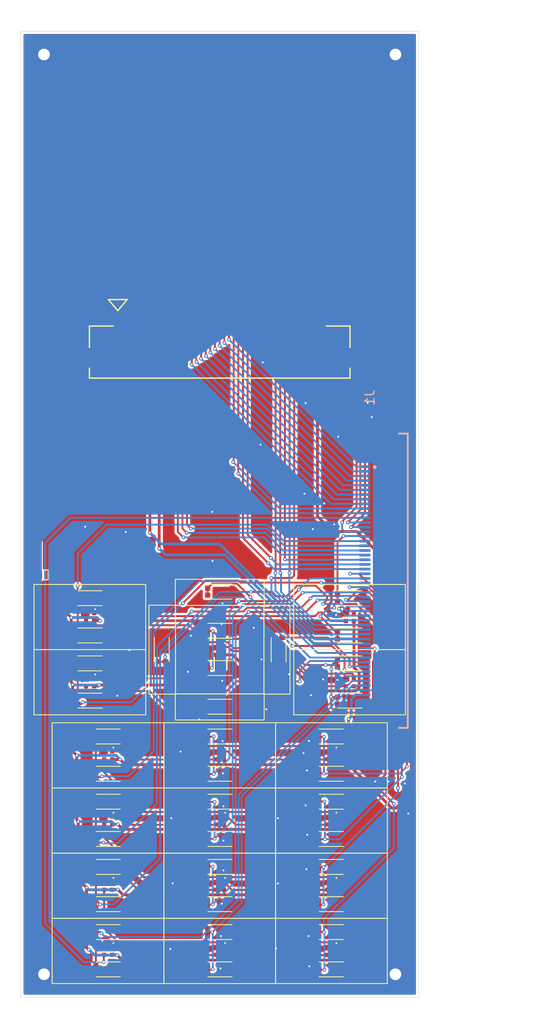
<source format=kicad_pcb>
(kicad_pcb (version 20241229) (generator "pcbnew") (generator_version "9.0")
  (layers (0 "F.Cu" signal) (2 "B.Cu" signal) (13 "F.Paste" user) (15 "B.Paste" user) (5 "F.SilkS" user "F.Silkscreen") (7 "B.SilkS" user "B.Silkscreen") (1 "F.Mask" user) (3 "B.Mask" user) (25 "Edge.Cuts" user))
  (net 0 "")
  (net 1 "DISP_LEDK")
  (net 2 "Net-(LED1-DO)")
  (net 3 "Net-(LED1-DI)")
  (net 4 "Net-(LED2-DO)")
  (net 5 "Net-(LED14-DO)")
  (net 6 "Net-(LED15-DO)")
  (net 7 "Net-(LED3-DO)")
  (net 8 "Net-(LED4-DO)")
  (net 9 "Net-(LED16-DO)")
  (net 10 "Net-(LED10-DI)")
  (net 11 "Net-(LED17-DO)")
  (net 12 "Net-(LED11-DI)")
  (net 13 "Net-(LED13-DI)")
  (net 14 "Net-(LED14-DI)")
  (net 15 "Net-(LED15-DI)")
  (net 16 "Net-(LED10-DO)")
  (net 17 "Net-(LED11-DO)")
  (net 18 "PB_STAR")
  (net 19 "PB_0")
  (net 20 "PB_HASH")
  (net 21 "PB_1")
  (net 22 "PB_2")
  (net 23 "PB_3")
  (net 24 "PB_4")
  (net 25 "PB_5")
  (net 26 "PB_6")
  (net 27 "PB_7")
  (net 28 "PB_8")
  (net 29 "PB_9")
  (net 30 "PB_DPAD_LEFT")
  (net 31 "PB_DPAD_UP")
  (net 32 "PB_DPAD_RIGHT")
  (net 33 "PB_DPAD_DOWN")
  (net 34 "PB_DPAD_SELECT")
  (net 35 "PB_MENU_L")
  (net 36 "PB_MENU_R")
  (net 37 "PB_CALL")
  (net 38 "PB_END_CALL")
  (net 39 "PB_VOL_UP")
  (net 40 "PB_PWR")
  (net 41 "PB_VOL_DOWN")
  (net 42 "VLED")
  (net 43 "GND")
  (net 44 "+3.3V")
  (net 45 "DISP_RES")
  (net 46 "DISP_CS")
  (net 47 "DISP_DC")
  (net 48 "DISP_WR")
  (net 49 "DISP_RD")
  (net 50 "DISP_DB0")
  (net 51 "DISP_DB1")
  (net 52 "DISP_DB2")
  (net 53 "DISP_DB3")
  (net 54 "DISP_DB4")
  (net 55 "DISP_DB5")
  (net 56 "DISP_DB6")
  (net 57 "DISP_DB7")
  (net 58 "DISP_DB8")
  (net 59 "DISP_DB9")
  (net 60 "DISP_DB10")
  (net 61 "DISP_DB11")
  (net 62 "DISP_DB12")
  (net 63 "DISP_DB13")
  (net 64 "DISP_DB14")
  (net 65 "DISP_DB15")
  (net 69 "DISP_LEDA")
  (net 75 "LED_DATA")
  (footprint "custom_footprints:XL-1010RGBC-WS2812B" (layer "F.Cu") (at 80.25 130.925 -90)
    (property "Reference" "LED9" (hide yes))
    (property "Value" "XL-1010RGBC" (hide yes))
  )
  (footprint "custom_footprints:SKTAAAE010" (layer "F.Cu") (at 66.3 118.1)
    (property "Reference" "SW40" (hide yes))
    (property "Value" "SKTAAAE010")
  )
  (footprint "custom_footprints:SKTAAAE010" (layer "F.Cu") (at 92.2 125.95)
    (property "Reference" "SW24" (hide yes))
    (property "Value" "SKTAAAE010")
  )
  (footprint "custom_footprints:SKSCLCE010" (layer "F.Cu") (at 99.475 60.05 90)
    (property "Reference" "SW44" (hide yes))
    (property "Value" "SKSCLCE010")
  )
  (footprint "custom_footprints:SKTAAAE010" (layer "F.Cu") (at 92.2 132.95)
    (property "Reference" "SW18" (hide yes))
    (property "Value" "SKTAAAE010")
  )
  (footprint "custom_footprints:XL-1010RGBC-WS2812B" (layer "F.Cu") (at 80.25 123.925 -90)
    (property "Reference" "LED8" (hide yes))
    (property "Value" "XL-1010RGBC" (hide yes))
  )
  (footprint "custom_footprints:SKTAAAE010" (layer "F.Cu") (at 92.2 146.95)
    (property "Reference" "SW6" (hide yes))
    (property "Value" "SKTAAAE010")
  )
  (footprint "custom_footprints:SKTAAAE010" (layer "F.Cu") (at 80.25 146.95)
    (property "Reference" "SW4" (hide yes))
    (property "Value" "SKTAAAE010")
  )
  (footprint "custom_footprints:SKTAAAE010" (layer "F.Cu") (at 94.2 114.1)
    (property "Reference" "SW41" (hide yes))
    (property "Value" "SKTAAAE010")
  )
  (footprint "custom_footprints:SKTAAAE010" (layer "F.Cu") (at 66.3 114.1)
    (property "Reference" "SW39" (hide yes))
    (property "Value" "SKTAAAE010")
  )
  (footprint "custom_footprints:SKTAAAE010" (layer "F.Cu") (at 80.25 128.95)
    (property "Reference" "SW15" (hide yes))
    (property "Value" "SKTAAAE010")
  )
  (footprint "custom_footprints:SKTAAAE010" (layer "F.Cu") (at 66.3 107.1)
    (property "Reference" "SW35" (hide yes))
    (property "Value" "SKTAAAE010")
  )
  (footprint "custom_footprints:SKTAAAE010" (layer "F.Cu") (at 80.25 125.95)
    (property "Reference" "SW22" (hide yes))
    (property "Value" "SKTAAAE010")
  )
  (footprint "custom_footprints:XL-1010RGBC-WS2812B" (layer "F.Cu") (at 80.25 144.9075 -90)
    (property "Reference" "LED11" (hide yes))
    (property "Value" "XL-1010RGBC" (hide yes))
  )
  (footprint "custom_footprints:SKTAAAE010" (layer "F.Cu") (at 68.25 121.95)
    (property "Reference" "SW19" (hide yes))
    (property "Value" "SKTAAAE010")
  )
  (footprint "custom_footprints:SKSCLCE010" (layer "F.Cu") (at 99.475 71.55 90)
    (property "Reference" "SW43" (hide yes))
    (property "Value" "SKSCLCE010")
  )
  (footprint "custom_footprints:SKTAAAE010" (layer "F.Cu") (at 68.25 142.95)
    (property "Reference" "SW1" (hide yes))
    (property "Value" "SKTAAAE010")
  )
  (footprint "custom_footprints:XL-1010RGBC-WS2812B" (layer "F.Cu") (at 92.2 123.925 -90)
    (property "Reference" "LED14" (hide yes))
    (property "Value" "XL-1010RGBC" (hide yes))
  )
  (footprint "custom_footprints:XL-1010RGBC-WS2812B" (layer "F.Cu") (at 92.2 144.925 -90)
    (property "Reference" "LED17" (hide yes))
    (property "Value" "XL-1010RGBC" (hide yes))
  )
  (footprint "custom_footprints:SKTAAAE010" (layer "F.Cu") (at 68.25 139.95)
    (property "Reference" "SW8" (hide yes))
    (property "Value" "SKTAAAE010")
  )
  (footprint "custom_footprints:XL-1010RGBC-WS2812B" (layer "F.Cu") (at 92.2 137.925 -90)
    (property "Reference" "LED16" (hide yes))
    (property "Value" "XL-1010RGBC" (hide yes))
  )
  (footprint "custom_footprints:SKTAAAE010" (layer "F.Cu") (at 80.25 118.75)
    (property "Reference" "SW31" (hide yes))
    (property "Value" "SKTAAAE010")
  )
  (footprint "custom_footprints:XL-1010RGBC-WS2812B" (layer "F.Cu") (at 66.3 116.075 -90)
    (property "Reference" "LED2" (hide yes))
    (property "Value" "XL-1010RGBC" (hide yes))
  )
  (footprint "custom_footprints:XL-1010RGBC-WS2812B" (layer "F.Cu") (at 66.3 109.075 -90)
    (property "Reference" "LED1" (hide yes))
    (property "Value" "XL-1010RGBC" (hide yes))
  )
  (footprint "custom_footprints:XL-1010RGBC-WS2812B" (layer "F.Cu") (at 94.2 116.075 -90)
    (property "Reference" "LED13" (hide yes))
    (property "Value" "XL-1010RGBC" (hide yes))
  )
  (footprint "custom_footprints:SKTAAAE010" (layer "F.Cu") (at 80.25 135.95)
    (property "Reference" "SW9" (hide yes))
    (property "Value" "SKTAAAE010")
  )
  (footprint "custom_footprints:SKTAAAE010" (layer "F.Cu") (at 92.2 142.95)
    (property "Reference" "SW5" (hide yes))
    (property "Value" "SKTAAAE010")
  )
  (footprint "custom_footprints:SKTAAAE010" (layer "F.Cu") (at 66.3 111.1)
    (property "Reference" "SW36" (hide yes))
    (property "Value" "SKTAAAE010")
  )
  (footprint "custom_footprints:SKTAAAE010" (layer "F.Cu") (at 80.25 132.95)
    (property "Reference" "SW16" (hide yes))
    (property "Value" "SKTAAAE010")
  )
  (footprint "custom_footprints:SKTAAAE010" (layer "F.Cu") (at 92.2 121.95)
    (property "Reference" "SW23" (hide yes))
    (property "Value" "SKTAAAE010")
  )
  (footprint "custom_footprints:SKTAAAE010" (layer "F.Cu") (at 94.2 118.1)
    (property "Reference" "SW42" (hide yes))
    (property "Value" "SKTAAAE010")
  )
  (footprint "custom_footprints:SKTAAAE010" (layer "F.Cu") (at 94.2 107.1)
    (property "Reference" "SW37" (hide yes))
    (property "Value" "SKTAAAE010")
  )
  (footprint "custom_footprints:XL-1010RGBC-WS2812B" (layer "F.Cu") (at 92.2 130.925 -90)
    (property "Reference" "LED15" (hide yes))
    (property "Value" "XL-1010RGBC" (hide yes))
  )
  (footprint "custom_footprints:SKTAAAE010" (layer "F.Cu") (at 80.25 114.6)
    (property "Reference" "SW34" (hide yes))
    (property "Value" "SKTAAAE010")
  )
  (footprint "custom_footprints:XL-1010RGBC-WS2812B" (layer "F.Cu") (at 94.2 109.075 -90)
    (property "Reference" "LED12" (hide yes))
    (property "Value" "XL-1010RGBC" (hide yes))
  )
  (footprint "541324562:CON_541324562_MOL" (layer "F.Cu") (at 80.25 80.65)
    (property "Reference" "J9" (hide yes))
    (property "Value" "541324562" (hide yes))
  )
  (footprint "Resistor_SMD:R_0603_1608Metric" (layer "F.Cu") (at 61.6 104.575 180)
    (property "Reference" "R1" (hide yes))
    (property "Value" "0R")
  )
  (footprint "custom_footprints:SKTAAAE010" (layer "F.Cu") (at 92.2 139.95)
    (property "Reference" "SW12" (hide yes))
    (property "Value" "SKTAAAE010")
  )
  (footprint "custom_footprints:SKTAAAE010" (layer "F.Cu") (at 68.25 132.95)
    (property "Reference" "SW14" (hide yes))
    (property "Value" "SKTAAAE010")
  )
  (footprint "custom_footprints:SKTAAAE010" (layer "F.Cu") (at 92.2 128.95)
    (property "Reference" "SW17" (hide yes))
    (property "Value" "SKTAAAE010")
  )
  (footprint "custom_footprints:XL-1010RGBC-WS2812B" (layer "F.Cu") (at 68.25 130.925 -90)
    (property "Reference" "LED4" (hide yes))
    (property "Value" "XL-1010RGBC" (hide yes))
  )
  (footprint "custom_footprints:SKTAAAE010" (layer "F.Cu") (at 68.25 125.95)
    (property "Reference" "SW20" (hide yes))
    (property "Value" "SKTAAAE010")
  )
  (footprint "custom_footprints:SKTAAAE010" (layer "F.Cu") (at 94.2 111.1)
    (property "Reference" "SW38" (hide yes))
    (property "Value" "SKTAAAE010")
  )
  (footprint "custom_footprints:SKTAAAE010" (layer "F.Cu") (at 86.55 112.6 -90)
    (property "Reference" "SW29" (hide yes))
    (property "Value" "SKTAAAE010")
  )
  (footprint "custom_footprints:XL-1010RGBC-WS2812B" (layer "F.Cu") (at 80.25 112.7075 -90)
    (property "Reference" "LED7" (hide yes))
    (property "Value" "XL-1010RGBC" (hide yes))
  )
  (footprint "custom_footprints:SKTAAAE010" (layer "F.Cu") (at 80.25 121.95)
    (property "Reference" "SW21" (hide yes))
    (property "Value" "SKTAAAE010")
  )
  (footprint "custom_footprints:SKSCLCE010" (layer "F.Cu") (at 99.525 84.55 90)
    (property "Reference" "SW45" (hide yes))
    (property "Value" "SKSCLCE010")
  )
  (footprint "custom_footprints:XL-1010RGBC-WS2812B" (layer "F.Cu") (at 68.25 144.9075 -90)
    (property "Reference" "LED6" (hide yes))
    (property "Value" "XL-1010RGBC" (hide yes))
  )
  (footprint "custom_footprints:SKTAAAE010" (layer "F.Cu") (at 80.25 139.95)
    (property "Reference" "SW10" (hide yes))
    (property "Value" "SKTAAAE010")
  )
  (footprint "custom_footprints:SKTAAAE010" (layer "F.Cu") (at 68.25 128.95)
    (property "Reference" "SW13" (hide yes))
    (property "Value" "SKTAAAE010")
  )
  (footprint "custom_footprints:SKTAAAE010" (layer "F.Cu") (at 80.25 142.95)
    (property "Reference" "SW3" (hide yes))
    (property "Value" "SKTAAAE010")
  )
  (footprint "custom_footprints:XL-1010RGBC-WS2812B" (layer "F.Cu") (at 68.25 137.925 -90)
    (property "Reference" "LED5" (hide yes))
    (property "Value" "XL-1010RGBC" (hide yes))
  )
  (footprint "custom_footprints:SKTAAAE010" (layer "F.Cu") (at 80.25 106.4)
    (property "Reference" "SW27" (hide yes))
    (property "Value" "SKTAAAE010")
  )
  (footprint "custom_footprints:SKTAAAE010" (layer "F.Cu") (at 68.25 146.95)
    (property "Reference" "SW2" (hide yes))
    (property "Value" "SKTAAAE010")
  )
  (footprint "custom_footprints:SKTAAAE010" (layer "F.Cu") (at 68.25 135.95)
    (property "Reference" "SW7" (hide yes))
    (property "Value" "SKTAAAE010")
  )
  (footprint "custom_footprints:SKTAAAE010" (layer "F.Cu") (at 92.2 135.95)
    (property "Reference" "SW11" (hide yes))
    (property "Value" "SKTAAAE010")
  )
  (footprint "custom_footprints:SKTAAAE010" (layer "F.Cu") (at 74.05 112.6 90)
    (property "Reference" "SW25" (hide yes))
    (property "Value" "SKTAAAE010")
  )
  (footprint "custom_footprints:XL-1010RGBC-WS2812B" (layer "F.Cu") (at 80.25 137.925 -90)
    (property "Reference" "LED10" (hide yes))
    (property "Value" "XL-1010RGBC" (hide yes))
  )
  (footprint "custom_footprints:SKTAAAE010" (layer "F.Cu") (at 80.25 110.6)
    (property "Reference" "SW33" (hide yes))
    (property "Value" "SKTAAAE010")
  )
  (footprint "custom_footprints:XL-1010RGBC-WS2812B" (layer "F.Cu") (at 68.25 123.925 -90)
    (property "Reference" "LED3" (hide yes))
    (property "Value" "XL-1010RGBC" (hide yes))
  )
  (footprint "6871XX14022_68715014022:68715014022" (layer "B.Cu") (at 98.2 105.2 -90)
    (property "Reference" "J1")
    (property "Value" "6871XX14022_68715014022")
  )
  (gr_rect (start 62.25 134.45) (end 74.25 141.45) (stroke (width 0.1)) (fill no) (layer "F.SilkS"))
  (gr_rect (start 75.5 107.85) (end 85 117.35) (stroke (width 0.1)) (fill no) (layer "F.SilkS"))
  (gr_rect (start 62.25 127.45) (end 74.25 134.45) (stroke (width 0.1)) (fill no) (layer "F.SilkS"))
  (gr_rect (start 74.25 141.45) (end 86.25 148.45) (stroke (width 0.1)) (fill no) (layer "F.SilkS"))
  (gr_rect (start 60.3 105.6) (end 72.3 112.6) (stroke (width 0.1)) (fill no) (layer "F.SilkS"))
  (gr_rect (start 85 107.825) (end 87.8 117.375) (stroke (width 0.1)) (fill no) (layer "F.SilkS"))
  (gr_rect (start 86.25 134.45) (end 98.25 141.45) (stroke (width 0.1)) (fill no) (layer "F.SilkS"))
  (gr_rect (start 75.475 117.35) (end 85.025 120.15) (stroke (width 0.1)) (fill no) (layer "F.SilkS"))
  (gr_rect (start 62.25 141.45) (end 74.25 148.45) (stroke (width 0.1)) (fill no) (layer "F.SilkS"))
  (gr_rect (start 86.25 120.45) (end 98.25 127.45) (stroke (width 0.1)) (fill no) (layer "F.SilkS"))
  (gr_rect (start 88.2 112.6) (end 100.2 119.6) (stroke (width 0.1)) (fill no) (layer "F.SilkS"))
  (gr_rect (start 60.3 112.6) (end 72.3 119.6) (stroke (width 0.1)) (fill no) (layer "F.SilkS"))
  (gr_rect (start 74.25 120.45) (end 86.25 127.45) (stroke (width 0.1)) (fill no) (layer "F.SilkS"))
  (gr_rect (start 88.2 105.6) (end 100.2 112.6) (stroke (width 0.1)) (fill no) (layer "F.SilkS"))
  (gr_rect (start 74.25 134.45) (end 86.25 141.45) (stroke (width 0.1)) (fill no) (layer "F.SilkS"))
  (gr_rect (start 62.25 120.45) (end 74.25 127.45) (stroke (width 0.1)) (fill no) (layer "F.SilkS"))
  (gr_rect (start 75.475 105.05) (end 85.025 107.85) (stroke (width 0.1)) (fill no) (layer "F.SilkS"))
  (gr_rect (start 74.25 127.45) (end 86.25 134.45) (stroke (width 0.1)) (fill no) (layer "F.SilkS"))
  (gr_rect (start 86.25 141.45) (end 98.25 148.45) (stroke (width 0.1)) (fill no) (layer "F.SilkS"))
  (gr_rect (start 72.65 107.825) (end 75.5 117.375) (stroke (width 0.1)) (fill no) (layer "F.SilkS"))
  (gr_rect (start 86.25 127.45) (end 98.25 134.45) (stroke (width 0.1)) (fill no) (layer "F.SilkS"))
  (gr_rect (start 58.875 46.2) (end 101.625 149.95) (stroke (width 0.05)) (fill no) (layer "Edge.Cuts"))
  (segment (start 71.75002 78.15201) (end 73.25002 78.15201) (width 0.2) (layer "F.Cu") (net 1))
  (segment (start 72.75002 100.05) (end 72.75002 78.15201) (width 0.3) (layer "F.Cu") (net 1))
  (via (at 72.75002 100.05) (size 0.4) (drill 0.2) (layers "F.Cu" "B.Cu") (net 1))
  (segment (start 72.75002 100.05) (end 73.95002 101.25) (width 0.3) (layer "B.Cu") (net 1))
  (segment (start 73.95002 101.25) (end 80.245384 101.25) (width 0.3) (layer "B.Cu") (net 1))
  (segment (start 90.445384 111.45) (end 95.475 111.45) (width 0.3) (layer "B.Cu") (net 1))
  (segment (start 80.245384 101.25) (end 90.445384 111.45) (width 0.3) (layer "B.Cu") (net 1))
  (segment (start 92.18 109.53) (end 93.7875 109.53) (width 0.2) (layer "F.Cu") (net 2))
  (segment (start 67.28 108.68) (end 67.6 109) (width 0.2) (layer "F.Cu") (net 2))
  (segment (start 66.7375 108.68) (end 67.28 108.68) (width 0.2) (layer "F.Cu") (net 2))
  (segment (start 90.5 109) (end 90.891 108.609) (width 0.2) (layer "F.Cu") (net 2))
  (segment (start 67.6 109) (end 90.5 109) (width 0.2) (layer "F.Cu") (net 2))
  (segment (start 90.891 108.609) (end 91.259 108.609) (width 0.2) (layer "F.Cu") (net 2))
  (segment (start 91.259 108.609) (end 92.18 109.53) (width 0.2) (layer "F.Cu") (net 2))
  (segment (start 94.475 115.175) (end 89.778962 115.175) (width 0.2) (layer "F.Cu") (net 3))
  (segment (start 66.051 109.976) (end 65.8875 109.8125) (width 0.2) (layer "F.Cu") (net 3))
  (segment (start 81.1 111.8) (end 78.808 111.8) (width 0.2) (layer "F.Cu") (net 3))
  (segment (start 78.808 111.8) (end 76.984 109.976) (width 0.2) (layer "F.Cu") (net 3))
  (segment (start 89.778962 115.175) (end 87.032962 112.429) (width 0.2) (layer "F.Cu") (net 3))
  (segment (start 87.032962 112.429) (end 81.729 112.429) (width 0.2) (layer "F.Cu") (net 3))
  (segment (start 94.6375 115.3375) (end 94.475 115.175) (width 0.2) (layer "F.Cu") (net 3))
  (segment (start 81.729 112.429) (end 81.1 111.8) (width 0.2) (layer "F.Cu") (net 3))
  (segment (start 76.984 109.976) (end 66.051 109.976) (width 0.2) (layer "F.Cu") (net 3))
  (segment (start 94.6375 115.68) (end 94.6375 115.3375) (width 0.2) (layer "F.Cu") (net 3))
  (segment (start 65.8875 109.8125) (end 65.8875 109.53) (width 0.2) (layer "F.Cu") (net 3))
  (segment (start 79.8375 114.9625) (end 79.8375 113.1625) (width 0.2) (layer "F.Cu") (net 4))
  (segment (start 79.12 115.68) (end 79.8375 114.9625) (width 0.2) (layer "F.Cu") (net 4))
  (segment (start 66.7375 115.68) (end 79.12 115.68) (width 0.2) (layer "F.Cu") (net 4))
  (segment (start 92.6375 123.20875) (end 92.6375 123.53) (width 0.2) (layer "F.Cu") (net 5))
  (segment (start 65.8875 116.53) (end 65.8875 116.8625) (width 0.2) (layer "F.Cu") (net 5))
  (segment (start 66.0675 117.0425) (end 72.7005 117.0425) (width 0.2) (layer "F.Cu") (net 5))
  (segment (start 65.8875 116.8625) (end 66.0675 117.0425) (width 0.2) (layer "F.Cu") (net 5))
  (segment (start 78.608 122.95) (end 92.37875 122.95) (width 0.2) (layer "F.Cu") (net 5))
  (segment (start 72.7005 117.0425) (end 78.608 122.95) (width 0.2) (layer "F.Cu") (net 5))
  (segment (start 92.37875 122.95) (end 92.6375 123.20875) (width 0.2) (layer "F.Cu") (net 5))
  (segment (start 67.8375 125.7955) (end 72.067 130.025) (width 0.2) (layer "F.Cu") (net 6))
  (segment (start 67.8375 124.38) (end 67.8375 125.7955) (width 0.2) (layer "F.Cu") (net 6))
  (segment (start 92.45375 130.025) (end 92.6375 130.20875) (width 0.2) (layer "F.Cu") (net 6))
  (segment (start 72.067 130.025) (end 92.45375 130.025) (width 0.2) (layer "F.Cu") (net 6))
  (segment (start 92.6375 130.20875) (end 92.6375 130.53) (width 0.2) (layer "F.Cu") (net 6))
  (segment (start 69.78 123.53) (end 70.65 124.4) (width 0.2) (layer "F.Cu") (net 7))
  (segment (start 70.65 124.4) (end 79.8175 124.4) (width 0.2) (layer "F.Cu") (net 7))
  (segment (start 79.8175 124.4) (end 79.8375 124.38) (width 0.2) (layer "F.Cu") (net 7))
  (segment (start 68.6875 123.53) (end 69.78 123.53) (width 0.2) (layer "F.Cu") (net 7))
  (segment (start 68.6875 130.53) (end 69.38 130.53) (width 0.2) (layer "F.Cu") (net 8))
  (segment (start 70.25 131.4) (end 79.8175 131.4) (width 0.2) (layer "F.Cu") (net 8))
  (segment (start 69.38 130.53) (end 70.25 131.4) (width 0.2) (layer "F.Cu") (net 8))
  (segment (start 79.8175 131.4) (end 79.8375 131.38) (width 0.2) (layer "F.Cu") (net 8))
  (segment (start 72.067 137.025) (end 92.425 137.025) (width 0.2) (layer "F.Cu") (net 9))
  (segment (start 67.8375 131.38) (end 67.8375 132.7955) (width 0.2) (layer "F.Cu") (net 9))
  (segment (start 92.425 137.025) (end 92.6375 137.2375) (width 0.2) (layer "F.Cu") (net 9))
  (segment (start 92.6375 137.2375) (end 92.6375 137.53) (width 0.2) (layer "F.Cu") (net 9))
  (segment (start 67.8375 132.7955) (end 72.067 137.025) (width 0.2) (layer "F.Cu") (net 9))
  (segment (start 71.5 138.4) (end 79.8175 138.4) (width 0.2) (layer "F.Cu") (net 10))
  (segment (start 70.63 137.53) (end 71.5 138.4) (width 0.2) (layer "F.Cu") (net 10))
  (segment (start 79.8175 138.4) (end 79.8375 138.38) (width 0.2) (layer "F.Cu") (net 10))
  (segment (start 68.6875 137.53) (end 70.63 137.53) (width 0.2) (layer "F.Cu") (net 10))
  (segment (start 67.8375 138.38) (end 67.8375 142.5295) (width 0.2) (layer "F.Cu") (net 11))
  (segment (start 67.8375 142.5295) (end 69.333 144.025) (width 0.2) (layer "F.Cu") (net 11))
  (segment (start 69.333 144.025) (end 92.1325 144.025) (width 0.2) (layer "F.Cu") (net 11))
  (segment (start 92.1325 144.025) (end 92.6375 144.53) (width 0.2) (layer "F.Cu") (net 11))
  (segment (start 68.6875 144.5125) (end 69.7625 144.5125) (width 0.2) (layer "F.Cu") (net 12))
  (segment (start 69.7625 144.5125) (end 70.65 145.4) (width 0.2) (layer "F.Cu") (net 12))
  (segment (start 70.65 145.4) (end 79.8 145.4) (width 0.2) (layer "F.Cu") (net 12))
  (segment (start 79.8 145.4) (end 79.8375 145.3625) (width 0.2) (layer "F.Cu") (net 12))
  (segment (start 86.9 112.75) (end 90.68 116.53) (width 0.2) (layer "F.Cu") (net 13))
  (segment (start 81.158538 112.3125) (end 81.596038 112.75) (width 0.2) (layer "F.Cu") (net 13))
  (segment (start 80.6875 112.3125) (end 81.158538 112.3125) (width 0.2) (layer "F.Cu") (net 13))
  (segment (start 81.596038 112.75) (end 86.9 112.75) (width 0.2) (layer "F.Cu") (net 13))
  (segment (start 90.68 116.53) (end 93.7875 116.53) (width 0.2) (layer "F.Cu") (net 13))
  (segment (start 80.6875 123.53) (end 81.13 123.53) (width 0.2) (layer "F.Cu") (net 14))
  (segment (start 82 124.4) (end 91.7675 124.4) (width 0.2) (layer "F.Cu") (net 14))
  (segment (start 91.7675 124.4) (end 91.7875 124.38) (width 0.2) (layer "F.Cu") (net 14))
  (segment (start 81.13 123.53) (end 82 124.4) (width 0.2) (layer "F.Cu") (net 14))
  (segment (start 91.7675 131.4) (end 91.7875 131.38) (width 0.2) (layer "F.Cu") (net 15))
  (segment (start 81.08 130.53) (end 81.95 131.4) (width 0.2) (layer "F.Cu") (net 15))
  (segment (start 81.95 131.4) (end 91.7675 131.4) (width 0.2) (layer "F.Cu") (net 15))
  (segment (start 80.6875 130.53) (end 81.08 130.53) (width 0.2) (layer "F.Cu") (net 15))
  (segment (start 80.6875 137.53) (end 81.5575 138.4) (width 0.2) (layer "F.Cu") (net 16))
  (segment (start 81.5575 138.4) (end 91.7675 138.4) (width 0.2) (layer "F.Cu") (net 16))
  (segment (start 91.7675 138.4) (end 91.7875 138.38) (width 0.2) (layer "F.Cu") (net 16))
  (segment (start 91.7675 145.4) (end 91.7875 145.38) (width 0.2) (layer "F.Cu") (net 17))
  (segment (start 81.1625 144.5125) (end 82.05 145.4) (width 0.2) (layer "F.Cu") (net 17))
  (segment (start 80.6875 144.5125) (end 81.1625 144.5125) (width 0.2) (layer "F.Cu") (net 17))
  (segment (start 82.05 145.4) (end 91.7675 145.4) (width 0.2) (layer "F.Cu") (net 17))
  (segment (start 66.95 147.3) (end 66.95 142.9) (width 0.2) (layer "F.Cu") (net 18))
  (segment (start 66.975 142.925) (end 66.95 142.9) (width 0.2) (layer "F.Cu") (net 18))
  (segment (start 66.95 147.3) (end 66.95 146.55) (width 0.2) (layer "F.Cu") (net 18))
  (segment (start 67.55 143.05) (end 67.425 142.925) (width 0.2) (layer "F.Cu") (net 18))
  (segment (start 66.95 142.9) (end 66.95 142.55) (width 0.2) (layer "F.Cu") (net 18))
  (segment (start 67.425 142.925) (end 66.975 142.925) (width 0.2) (layer "F.Cu") (net 18))
  (via (at 67.55 143.05) (size 0.4) (drill 0.2) (layers "F.Cu" "B.Cu") (net 18))
  (segment (start 82.279 139.421) (end 78.25 143.45) (width 0.2) (layer "B.Cu") (net 18))
  (segment (start 95.475 115.95) (end 94.5 115.95) (width 0.2) (layer "B.Cu") (net 18))
  (segment (start 82.3 128.196038) (end 82.279 128.217038) (width 0.2) (layer "B.Cu") (net 18))
  (segment (start 94.5 115.95) (end 82.3 128.15) (width 0.2) (layer "B.Cu") (net 18))
  (segment (start 67.95 143.45) (end 67.55 143.05) (width 0.2) (layer "B.Cu") (net 18))
  (segment (start 78.25 143.45) (end 67.95 143.45) (width 0.2) (layer "B.Cu") (net 18))
  (segment (start 82.3 128.15) (end 82.3 128.196038) (width 0.2) (layer "B.Cu") (net 18))
  (segment (start 82.279 128.217038) (end 82.279 139.421) (width 0.2) (layer "B.Cu") (net 18))
  (segment (start 78.95 143.3) (end 78.95 142.9) (width 0.2) (layer "F.Cu") (net 19))
  (segment (start 78.95 147.3) (end 78.95 146.95) (width 0.2) (layer "F.Cu") (net 19))
  (segment (start 78.95 146.95) (end 78.95 146.55) (width 0.2) (layer "F.Cu") (net 19))
  (segment (start 78.95 146.95) (end 79.45 146.95) (width 0.2) (layer "F.Cu") (net 19))
  (segment (start 78.95 142.9) (end 78.95 142.55) (width 0.2) (layer "F.Cu") (net 19))
  (segment (start 79.45 142.95) (end 79 142.95) (width 0.2) (layer "F.Cu") (net 19))
  (segment (start 79.45 146.95) (end 79.5 146.9) (width 0.2) (layer "F.Cu") (net 19))
  (segment (start 79 142.95) (end 78.95 142.9) (width 0.2) (layer "F.Cu") (net 19))
  (via (at 79.5 146.9) (size 0.4) (drill 0.2) (layers "F.Cu" "B.Cu") (net 19))
  (via (at 79.45 142.95) (size 0.4) (drill 0.2) (layers "F.Cu" "B.Cu") (net 19))
  (segment (start 82.6 139.8) (end 79.45 142.95) (width 0.2) (layer "B.Cu") (net 19))
  (segment (start 79.5 146.9) (end 79.5 143) (width 0.2) (layer "B.Cu") (net 19))
  (segment (start 94.5 116.45) (end 82.6 128.35) (width 0.2) (layer "B.Cu") (net 19))
  (segment (start 82.6 128.35) (end 82.6 139.8) (width 0.2) (layer "B.Cu") (net 19))
  (segment (start 79.5 143) (end 79.45 142.95) (width 0.2) (layer "B.Cu") (net 19))
  (segment (start 95.475 116.45) (end 94.5 116.45) (width 0.2) (layer "B.Cu") (net 19))
  (segment (start 93.096444 108.203556) (end 93.6 107.7) (width 0.2) (layer "F.Cu") (net 20))
  (segment (start 97.579 126.475616) (end 97.579 127.779) (width 0.2) (layer "F.Cu") (net 20))
  (segment (start 91.45 146.95) (end 91.5 147) (width 0.2) (layer "F.Cu") (net 20))
  (segment (start 93.6 107.7) (end 94.9 107.7) (width 0.2) (layer "F.Cu") (net 20))
  (segment (start 90.9 147.3) (end 90.9 146.95) (width 0.2) (layer "F.Cu") (net 20))
  (segment (start 90.9 146.95) (end 91.45 146.95) (width 0.2) (layer "F.Cu") (net 20))
  (segment (start 97.579 127.779) (end 98.95 129.15) (width 0.2) (layer "F.Cu") (net 20))
  (segment (start 90.9 146.95) (end 90.9 146.55) (width 0.2) (layer "F.Cu") (net 20))
  (segment (start 91.4 142.9) (end 90.9 142.9) (width 0.2) (layer "F.Cu") (net 20))
  (segment (start 93.059585 108.203556) (end 93.096444 108.203556) (width 0.2) (layer "F.Cu") (net 20))
  (segment (start 91.45 142.95) (end 91.4 142.9) (width 0.2) (layer "F.Cu") (net 20))
  (segment (start 98.05 110.85) (end 98.05 126.004616) (width 0.2) (layer "F.Cu") (net 20))
  (segment (start 98.05 126.004616) (end 97.579 126.475616) (width 0.2) (layer "F.Cu") (net 20))
  (segment (start 90.9 142.9) (end 90.9 142.55) (width 0.2) (layer "F.Cu") (net 20))
  (segment (start 90.9 143.3) (end 90.9 142.9) (width 0.2) (layer "F.Cu") (net 20))
  (segment (start 94.9 107.7) (end 98.05 110.85) (width 0.2) (layer "F.Cu") (net 20))
  (via (at 91.5 147) (size 0.4) (drill 0.2) (layers "F.Cu" "B.Cu") (net 20))
  (via (at 91.45 142.95) (size 0.4) (drill 0.2) (layers "F.Cu" "B.Cu") (net 20))
  (via (at 93.059585 108.203556) (size 0.4) (drill 0.2) (layers "F.Cu" "B.Cu") (net 20))
  (via (at 98.95 129.15) (size 0.4) (drill 0.2) (layers "F.Cu" "B.Cu") (net 20))
  (segment (start 98.95 133.95) (end 91.45 141.45) (width 0.2) (layer "B.Cu") (net 20))
  (segment (start 93.059585 108.203556) (end 93.806029 108.95) (width 0.2) (layer "B.Cu") (net 20))
  (segment (start 91.5 143) (end 91.45 142.95) (width 0.2) (layer "B.Cu") (net 20))
  (segment (start 93.806029 108.95) (end 95.475 108.95) (width 0.2) (layer "B.Cu") (net 20))
  (segment (start 91.5 147) (end 91.5 143) (width 0.2) (layer "B.Cu") (net 20))
  (segment (start 91.45 141.45) (end 91.45 142.95) (width 0.2) (layer "B.Cu") (net 20))
  (segment (start 98.95 129.15) (end 98.95 133.95) (width 0.2) (layer "B.Cu") (net 20))
  (segment (start 83.6 106.4) (end 85.804616 106.4) (width 0.2) (layer "F.Cu") (net 21))
  (segment (start 66.95 140.3) (end 66.95 139.55) (width 0.2) (layer "F.Cu") (net 21))
  (segment (start 66.95 135.55) (end 66.95 136.3) (width 0.2) (layer "F.Cu") (net 21))
  (segment (start 85.804616 106.4) (end 86.275616 106.871) (width 0.2) (layer "F.Cu") (net 21))
  (segment (start 87.433616 106.871) (end 88.575616 105.729) (width 0.2) (layer "F.Cu") (net 21))
  (segment (start 91.771 106.925616) (end 91.771 107.274384) (width 0.2) (layer "F.Cu") (net 21))
  (segment (start 90.574384 105.729) (end 91.771 106.925616) (width 0.2) (layer "F.Cu") (net 21))
  (segment (start 66.95 139.55) (end 66.95 135.55) (width 0.2) (layer "F.Cu") (net 21))
  (segment (start 91.365384 107.68) (end 91.35 107.68) (width 0.2) (layer "F.Cu") (net 21))
  (segment (start 86.275616 106.871) (end 87.433616 106.871) (width 0.2) (layer "F.Cu") (net 21))
  (segment (start 91.771 107.274384) (end 91.365384 107.68) (width 0.2) (layer "F.Cu") (net 21))
  (segment (start 66.95 139.55) (end 67 139.55) (width 0.2) (layer "F.Cu") (net 21))
  (segment (start 88.575616 105.729) (end 90.574384 105.729) (width 0.2) (layer "F.Cu") (net 21))
  (segment (start 67 139.55) (end 67.4 139.95) (width 0.2) (layer "F.Cu") (net 21))
  (via (at 67.4 139.95) (size 0.4) (drill 0.2) (layers "F.Cu" "B.Cu") (net 21))
  (via (at 83.6 106.4) (size 0.4) (drill 0.2) (layers "F.Cu" "B.Cu") (net 21))
  (via (at 91.35 107.68) (size 0.4) (drill 0.2) (layers "F.Cu" "B.Cu") (net 21))
  (segment (start 73.85 135) (end 68.9 139.95) (width 0.2) (layer "B.Cu") (net 21))
  (segment (start 93.49013 108.04013) (end 93.13 107.68) (width 0.2) (layer "B.Cu") (net 21))
  (segment (start 68.9 139.95) (end 67.4 139.95) (width 0.2) (layer "B.Cu") (net 21))
  (segment (start 95.475 108.45) (end 93.903962 108.45) (width 0.2) (layer "B.Cu") (net 21))
  (segment (start 83.6 106.4) (end 80.246038 106.4) (width 0.2) (layer "B.Cu") (net 21))
  (segment (start 93.13 107.68) (end 91.35 107.68) (width 0.2) (layer "B.Cu") (net 21))
  (segment (start 80.246038 106.4) (end 73.85 112.796038) (width 0.2) (layer "B.Cu") (net 21))
  (segment (start 73.85 112.796038) (end 73.85 135) (width 0.2) (layer "B.Cu") (net 21))
  (segment (start 93.903962 108.45) (end 93.494092 108.04013) (width 0.2) (layer "B.Cu") (net 21))
  (segment (start 93.494092 108.04013) (end 93.49013 108.04013) (width 0.2) (layer "B.Cu") (net 21))
  (segment (start 78.95 136.3) (end 78.95 135.95) (width 0.2) (layer "F.Cu") (net 22))
  (segment (start 78.95 139.95) (end 79.5 139.95) (width 0.2) (layer "F.Cu") (net 22))
  (segment (start 79 135.9) (end 78.95 135.95) (width 0.2) (layer "F.Cu") (net 22))
  (segment (start 83.346985 108.546985) (end 84.326985 108.546985) (width 0.2) (layer "F.Cu") (net 22))
  (segment (start 79.5 135.9) (end 79 135.9) (width 0.2) (layer "F.Cu") (net 22))
  (segment (start 84.326985 108.546985) (end 84.33 108.55) (width 0.2) (layer "F.Cu") (net 22))
  (segment (start 78.95 135.95) (end 78.95 135.55) (width 0.2) (layer "F.Cu") (net 22))
  (segment (start 78.95 140.3) (end 78.95 139.95) (width 0.2) (layer "F.Cu") (net 22))
  (segment (start 89.504616 108.55) (end 90.752308 107.302308) (width 0.2) (layer "F.Cu") (net 22))
  (segment (start 84.33 108.55) (end 89.504616 108.55) (width 0.2) (layer "F.Cu") (net 22))
  (segment (start 78.95 139.95) (end 78.95 139.55) (width 0.2) (layer "F.Cu") (net 22))
  (via (at 90.752308 107.302308) (size 0.4) (drill 0.2) (layers "F.Cu" "B.Cu") (net 22))
  (via (at 83.346985 108.546985) (size 0.4) (drill 0.2) (layers "F.Cu" "B.Cu") (net 22))
  (via (at 79.5 139.95) (size 0.4) (drill 0.2) (layers "F.Cu" "B.Cu") (net 22))
  (via (at 79.5 135.9) (size 0.4) (drill 0.2) (layers "F.Cu" "B.Cu") (net 22))
  (segment (start 93.904616 107.95) (end 95.475 107.95) (width 0.2) (layer "B.Cu") (net 22))
  (segment (start 83.346985 108.546985) (end 81.958 109.93597) (width 0.2) (layer "B.Cu") (net 22))
  (segment (start 81.958 109.93597) (end 81.958 137.492) (width 0.2) (layer "B.Cu") (net 22))
  (segment (start 81.958 137.492) (end 79.5 139.95) (width 0.2) (layer "B.Cu") (net 22))
  (segment (start 90.752308 107.302308) (end 90.804616 107.25) (width 0.2) (layer "B.Cu") (net 22))
  (segment (start 93.204616 107.25) (end 93.904616 107.95) (width 0.2) (layer "B.Cu") (net 22))
  (segment (start 79.5 139.95) (end 79.5 135.9) (width 0.2) (layer "B.Cu") (net 22))
  (segment (start 90.804616 107.25) (end 93.204616 107.25) (width 0.2) (layer "B.Cu") (net 22))
  (segment (start 99.4 127.45) (end 99.4 109.558) (width 0.2) (layer "F.Cu") (net 23))
  (segment (start 91.4 135.95) (end 90.9 135.95) (width 0.2) (layer "F.Cu") (net 23))
  (segment (start 90.9 140.3) (end 90.9 139.95) (width 0.2) (layer "F.Cu") (net 23))
  (segment (start 90.9 139.95) (end 91.4 139.95) (width 0.2) (layer "F.Cu") (net 23))
  (segment (start 96.046 106.204) (end 95.096 106.204) (width 0.2) (layer "F.Cu") (net 23))
  (segment (start 95.096 106.204) (end 94.05 107.25) (width 0.2) (layer "F.Cu") (net 23))
  (segment (start 90.9 136.3) (end 90.9 135.95) (width 0.2) (layer "F.Cu") (net 23))
  (segment (start 99.4 109.558) (end 96.046 106.204) (width 0.2) (layer "F.Cu") (net 23))
  (segment (start 90.9 139.95) (end 90.9 139.55) (width 0.2) (layer "F.Cu") (net 23))
  (segment (start 90.9 135.95) (end 90.9 135.55) (width 0.2) (layer "F.Cu") (net 23))
  (segment (start 94.05 107.25) (end 93.8 107.25) (width 0.2) (layer "F.Cu") (net 23))
  (via (at 93.8 107.25) (size 0.4) (drill 0.2) (layers "F.Cu" "B.Cu") (net 23))
  (via (at 91.4 135.95) (size 0.4) (drill 0.2) (layers "F.Cu" "B.Cu") (net 23))
  (via (at 99.4 127.45) (size 0.4) (drill 0.2) (layers "F.Cu" "B.Cu") (net 23))
  (via (at 91.4 139.95) (size 0.4) (drill 0.2) (layers "F.Cu" "B.Cu") (net 23))
  (segment (start 91.4 139.95) (end 91.4 135.95) (width 0.2) (layer "B.Cu") (net 23))
  (segment (start 99.4 127.45) (end 99.4 128) (width 0.2) (layer "B.Cu") (net 23))
  (segment (start 91.4 136) (end 91.4 139.95) (width 0.2) (layer "B.Cu") (net 23))
  (segment (start 93.95 107.4) (end 95.425 107.4) (width 0.2) (layer "B.Cu") (net 23))
  (segment (start 93.8 107.25) (end 93.95 107.4) (width 0.2) (layer "B.Cu") (net 23))
  (segment (start 95.425 107.4) (end 95.475 107.45) (width 0.2) (layer "B.Cu") (net 23))
  (segment (start 99.4 128) (end 91.4 136) (width 0.2) (layer "B.Cu") (net 23))
  (segment (start 66.95 132.55) (end 66.95 133.3) (width 0.2) (layer "F.Cu") (net 24))
  (segment (start 66.963485 133.313485) (end 66.95 133.3) (width 0.2) (layer "F.Cu") (net 24))
  (segment (start 83.2 108.1) (end 82.8 108.5) (width 0.2) (layer "F.Cu") (net 24))
  (segment (start 67.761515 133.313485) (end 66.963485 133.313485) (width 0.2) (layer "F.Cu") (net 24))
  (segment (start 66.95 128.55) (end 66.95 129.3) (width 0.2) (layer "F.Cu") (net 24))
  (segment (start 89 108.1) (end 83.2 108.1) (width 0.2) (layer "F.Cu") (net 24))
  (segment (start 66.95 133.3) (end 66.95 128.55) (width 0.2) (layer "F.Cu") (net 24))
  (segment (start 82.8 108.5) (end 77.25 108.5) (width 0.2) (layer "F.Cu") (net 24))
  (segment (start 90 107.1) (end 89 108.1) (width 0.2) (layer "F.Cu") (net 24))
  (via (at 77.25 108.5) (size 0.4) (drill 0.2) (layers "F.Cu" "B.Cu") (net 24))
  (via (at 90 107.1) (size 0.4) (drill 0.2) (layers "F.Cu" "B.Cu") (net 24))
  (via (at 67.761515 133.313485) (size 0.4) (drill 0.2) (layers "F.Cu" "B.Cu") (net 24))
  (segment (start 95.354 106.829) (end 90.271 106.829) (width 0.2) (layer "B.Cu") (net 24))
  (segment (start 67.761515 133.313485) (end 67.84803 133.4) (width 0.2) (layer "B.Cu") (net 24))
  (segment (start 67.84803 133.4) (end 69.25 133.4) (width 0.2) (layer "B.Cu") (net 24))
  (segment (start 95.475 106.95) (end 95.354 106.829) (width 0.2) (layer "B.Cu") (net 24))
  (segment (start 73.5 129.15) (end 73.5 112.25) (width 0.2) (layer "B.Cu") (net 24))
  (segment (start 69.25 133.4) (end 73.5 129.15) (width 0.2) (layer "B.Cu") (net 24))
  (segment (start 90.271 106.829) (end 90 107.1) (width 0.2) (layer "B.Cu") (net 24))
  (segment (start 73.5 112.25) (end 77.25 108.5) (width 0.2) (layer "B.Cu") (net 24))
  (segment (start 82.895367 107.709) (end 87.941 107.709) (width 0.2) (layer "F.Cu") (net 25))
  (segment (start 79.7 128.95) (end 79 128.95) (width 0.2) (layer "F.Cu") (net 25))
  (segment (start 78.95 133.3) (end 78.95 132.9) (width 0.2) (layer "F.Cu") (net 25))
  (segment (start 78.95 128.9) (end 78.95 128.55) (width 0.2) (layer "F.Cu") (net 25))
  (segment (start 78.95 132.9) (end 78.95 132.55) (width 0.2) (layer "F.Cu") (net 25))
  (segment (start 82.796367 107.808) (end 82.895367 107.709) (width 0.2) (layer "F.Cu") (net 25))
  (segment (start 78.95 129.3) (end 78.95 128.9) (width 0.2) (layer "F.Cu") (net 25))
  (segment (start 87.941 107.709) (end 89.15 106.5) (width 0.2) (layer "F.Cu") (net 25))
  (segment (start 79 128.95) (end 78.95 128.9) (width 0.2) (layer "F.Cu") (net 25))
  (segment (start 78.95 132.9) (end 79.7 132.9) (width 0.2) (layer "F.Cu") (net 25))
  (via (at 79.7 128.95) (size 0.4) (drill 0.2) (layers "F.Cu" "B.Cu") (net 25))
  (via (at 82.796367 107.808) (size 0.4) (drill 0.2) (layers "F.Cu" "B.Cu") (net 25))
  (via (at 89.15 106.5) (size 0.4) (drill 0.2) (layers "F.Cu" "B.Cu") (net 25))
  (via (at 79.7 132.9) (size 0.4) (drill 0.2) (layers "F.Cu" "B.Cu") (net 25))
  (segment (start 95.475 106.45) (end 89.2 106.45) (width 0.2) (layer "B.Cu") (net 25))
  (segment (start 81.637 130.963) (end 79.7 132.9) (width 0.2) (layer "B.Cu") (net 25))
  (segment (start 81.637 108.963) (end 81.637 130.963) (width 0.2) (layer "B.Cu") (net 25))
  (segment (start 82.796367 107.808) (end 82.792 107.808) (width 0.2) (layer "B.Cu") (net 25))
  (segment (start 79.7 132.9) (end 79.7 128.95) (width 0.2) (layer "B.Cu") (net 25))
  (segment (start 82.792 107.808) (end 81.637 108.963) (width 0.2) (layer "B.Cu") (net 25))
  (segment (start 89.2 106.45) (end 89.15 106.5) (width 0.2) (layer "B.Cu") (net 25))
  (segment (start 96.178962 105.883) (end 94.217 105.883) (width 0.2) (layer "F.Cu") (net 26))
  (segment (start 90.9 133.3) (end 90.9 132.95) (width 0.2) (layer "F.Cu") (net 26))
  (segment (start 90.9 132.95) (end 90.9 132.55) (width 0.2) (layer "F.Cu") (net 26))
  (segment (start 90.9 132.95) (end 91.55 132.95) (width 0.2) (layer "F.Cu") (net 26))
  (segment (start 90.95 128.9) (end 90.9 128.85) (width 0.2) (layer "F.Cu") (net 26))
  (segment (start 91.5 128.9) (end 90.95 128.9) (width 0.2) (layer "F.Cu") (net 26))
  (segment (start 94.217 105.883) (end 94.2 105.9) (width 0.2) (layer "F.Cu") (net 26))
  (segment (start 90.9 129.3) (end 90.9 128.85) (width 0.2) (layer "F.Cu") (net 26))
  (segment (start 99.8 109.504038) (end 96.178962 105.883) (width 0.2) (layer "F.Cu") (net 26))
  (segment (start 90.9 128.85) (end 90.9 128.55) (width 0.2) (layer "F.Cu") (net 26))
  (segment (start 99.82 126.264663) (end 99.8 126.244663) (width 0.2) (layer "F.Cu") (net 26))
  (segment (start 99.8 126.244663) (end 99.8 109.504038) (width 0.2) (layer "F.Cu") (net 26))
  (via (at 94.2 105.9) (size 0.4) (drill 0.2) (layers "F.Cu" "B.Cu") (net 26))
  (via (at 99.82 126.264663) (size 0.4) (drill 0.2) (layers "F.Cu" "B.Cu") (net 26))
  (via (at 91.5 128.9) (size 0.4) (drill 0.2) (layers "F.Cu" "B.Cu") (net 26))
  (via (at 91.55 132.95) (size 0.4) (drill 0.2) (layers "F.Cu" "B.Cu") (net 26))
  (segment (start 99.82 126.264663) (end 99.82 126.28) (width 0.2) (layer "B.Cu") (net 26))
  (segment (start 91.55 128.95) (end 91.5 128.9) (width 0.2) (layer "B.Cu") (net 26))
  (segment (start 91.55 132.95) (end 91.55 128.95) (width 0.2) (layer "B.Cu") (net 26))
  (segment (start 95.425 105.9) (end 95.475 105.95) (width 0.2) (layer "B.Cu") (net 26))
  (segment (start 93.15 132.95) (end 91.55 132.95) (width 0.2) (layer "B.Cu") (net 26))
  (segment (start 94.2 105.9) (end 95.425 105.9) (width 0.2) (layer "B.Cu") (net 26))
  (segment (start 99.82 126.28) (end 93.15 132.95) (width 0.2) (layer "B.Cu") (net 26))
  (segment (start 67.5 126.3) (end 67.6 126.2) (width 0.2) (layer "F.Cu") (net 27))
  (segment (start 66.95 125.55) (end 66.95 126.3) (width 0.2) (layer "F.Cu") (net 27))
  (segment (start 82.236962 105.183) (end 82.453962 105.4) (width 0.2) (layer "F.Cu") (net 27))
  (segment (start 82.453962 105.4) (end 91.15 105.4) (width 0.2) (layer "F.Cu") (net 27))
  (segment (start 66.95 126.3) (end 66.95 121.55) (width 0.2) (layer "F.Cu") (net 27))
  (segment (start 76.3 107.6) (end 78.717 105.183) (width 0.2) (layer "F.Cu") (net 27))
  (segment (start 66.95 122.3) (end 66.95 121.55) (width 0.2) (layer "F.Cu") (net 27))
  (segment (start 66.95 126.3) (end 67.5 126.3) (width 0.2) (layer "F.Cu") (net 27))
  (segment (start 78.717 105.183) (end 82.236962 105.183) (width 0.2) (layer "F.Cu") (net 27))
  (via (at 67.6 126.2) (size 0.4) (drill 0.2) (layers "F.Cu" "B.Cu") (net 27))
  (via (at 91.15 105.4) (size 0.4) (drill 0.2) (layers "F.Cu" "B.Cu") (net 27))
  (via (at 76.3 107.6) (size 0.4) (drill 0.2) (layers "F.Cu" "B.Cu") (net 27))
  (segment (start 76.3 107.6) (end 73.179 110.721) (width 0.2) (layer "B.Cu") (net 27))
  (segment (start 70.45 126.2) (end 67.6 126.2) (width 0.2) (layer "B.Cu") (net 27))
  (segment (start 95.475 105.45) (end 91.2 105.45) (width 0.2) (layer "B.Cu") (net 27))
  (segment (start 91.2 105.45) (end 91.15 105.4) (width 0.2) (layer "B.Cu") (net 27))
  (segment (start 73.179 110.721) (end 73.179 123.471) (width 0.2) (layer "B.Cu") (net 27))
  (segment (start 73.179 123.471) (end 70.45 126.2) (width 0.2) (layer "B.Cu") (net 27))
  (segment (start 79.55 121.95) (end 79.6 121.9) (width 0.2) (layer "F.Cu") (net 28))
  (segment (start 82.35 107.399) (end 82.361 107.388) (width 0.2) (layer "F.Cu") (net 28))
  (segment (start 87.512 107.388) (end 88.75 106.15) (width 0.2) (layer "F.Cu") (net 28))
  (segment (start 78.95 125.9) (end 78.95 125.55) (width 0.2) (layer "F.Cu") (net 28))
  (segment (start 78.95 126.3) (end 78.95 125.9) (width 0.2) (layer "F.Cu") (net 28))
  (segment (start 79.6 125.95) (end 79 125.95) (width 0.2) (layer "F.Cu") (net 28))
  (segment (start 78.95 121.55) (end 78.95 121.95) (width 0.2) (layer "F.Cu") (net 28))
  (segment (start 78.95 121.95) (end 79.55 121.95) (width 0.2) (layer "F.Cu") (net 28))
  (segment (start 79 125.95) (end 78.95 125.9) (width 0.2) (layer "F.Cu") (net 28))
  (segment (start 78.95 121.95) (end 78.95 122.3) (width 0.2) (layer "F.Cu") (net 28))
  (segment (start 82.361 107.388) (end 87.512 107.388) (width 0.2) (layer "F.Cu") (net 28))
  (via (at 79.6 125.95) (size 0.4) (drill 0.2) (layers "F.Cu" "B.Cu") (net 28))
  (via (at 82.35 107.399) (size 0.4) (drill 0.2) (layers "F.Cu" "B.Cu") (net 28))
  (via (at 79.6 121.9) (size 0.4) (drill 0.2) (layers "F.Cu" "B.Cu") (net 28))
  (via (at 88.75 106.15) (size 0.4) (drill 0.2) (layers "F.Cu" "B.Cu") (net 28))
  (segment (start 81.3 124.25) (end 79.6 125.95) (width 0.2) (layer "B.Cu") (net 28))
  (segment (start 89.95 104.95) (end 88.75 106.15) (width 0.2) (layer "B.Cu") (net 28))
  (segment (start 81.3 108.449) (end 81.3 124.25) (width 0.2) (layer "B.Cu") (net 28))
  (segment (start 95.475 104.95) (end 89.95 104.95) (width 0.2) (layer "B.Cu") (net 28))
  (segment (start 79.6 121.9) (end 79.6 125.95) (width 0.2) (layer "B.Cu") (net 28))
  (segment (start 82.35 107.399) (end 81.3 108.449) (width 0.2) (layer "B.Cu") (net 28))
  (segment (start 95.199924 104.45) (end 94.25 104.45) (width 0.2) (layer "F.Cu") (net 29))
  (segment (start 90.95 121.95) (end 90.9 121.9) (width 0.2) (layer "F.Cu") (net 29))
  (segment (start 90.9 125.9) (end 90.9 125.55) (width 0.2) (layer "F.Cu") (net 29))
  (segment (start 100.35 109.600076) (end 95.199924 104.45) (width 0.2) (layer "F.Cu") (net 29))
  (segment (start 90.9 125.9) (end 91.45 125.9) (width 0.2) (layer "F.Cu") (net 29))
  (segment (start 91.45 121.95) (end 90.95 121.95) (width 0.2) (layer "F.Cu") (net 29))
  (segment (start 90.9 121.9) (end 90.9 121.55) (width 0.2) (layer "F.Cu") (net 29))
  (segment (start 90.9 126.3) (end 90.9 125.9) (width 0.2) (layer "F.Cu") (net 29))
  (segment (start 90.9 122.3) (end 90.9 121.9) (width 0.2) (layer "F.Cu") (net 29))
  (segment (start 100.35 125.15) (end 100.35 109.600076) (width 0.2) (layer "F.Cu") (net 29))
  (via (at 94.25 104.45) (size 0.4) (drill 0.2) (layers "F.Cu" "B.Cu") (net 29))
  (via (at 91.45 121.95) (size 0.4) (drill 0.2) (layers "F.Cu" "B.Cu") (net 29))
  (via (at 91.45 125.9) (size 0.4) (drill 0.2) (layers "F.Cu" "B.Cu") (net 29))
  (via (at 100.35 125.15) (size 0.4) (drill 0.2) (layers "F.Cu" "B.Cu") (net 29))
  (segment (start 91.45 125.9) (end 99.6 125.9) (width 0.2) (layer "B.Cu") (net 29))
  (segment (start 91.45 125.9) (end 91.45 121.95) (width 0.2) (layer "B.Cu") (net 29))
  (segment (start 99.6 125.9) (end 100.35 125.15) (width 0.2) (layer "B.Cu") (net 29))
  (segment (start 94.25 104.45) (end 95.475 104.45) (width 0.2) (layer "B.Cu") (net 29))
  (segment (start 74.4 113.4) (end 74.4 113.9) (width 0.2) (layer "F.Cu") (net 30))
  (segment (start 88.05 112.2) (end 92.296038 112.2) (width 0.2) (layer "F.Cu") (net 30))
  (segment (start 93.65 113.553962) (end 93.65 114.75) (width 0.2) (layer "F.Cu") (net 30))
  (segment (start 92.296038 112.2) (end 93.65 113.553962) (width 0.2) (layer "F.Cu") (net 30))
  (segment (start 73.65 113.9) (end 74.4 113.9) (width 0.2) (layer "F.Cu") (net 30))
  (via (at 93.65 114.75) (size 0.4) (drill 0.2) (layers "F.Cu" "B.Cu") (net 30))
  (via (at 88.05 112.2) (size 0.4) (drill 0.2) (layers "F.Cu" "B.Cu") (net 30))
  (via (at 74.4 113.4) (size 0.4) (drill 0.2) (layers "F.Cu" "B.Cu") (net 30))
  (segment (start 74.4 112.7) (end 74.4 113.4) (width 0.2) (layer "B.Cu") (net 30))
  (segment (start 93.85 114.95) (end 93.65 114.75) (width 0.2) (layer "B.Cu") (net 30))
  (segment (start 82.829 106.979) (end 80.121 106.979) (width 0.2) (layer "B.Cu") (net 30))
  (segment (start 80.121 106.979) (end 74.4 112.7) (width 0.2) (layer "B.Cu") (net 30))
  (segment (start 95.475 114.95) (end 93.85 114.95) (width 0.2) (layer "B.Cu") (net 30))
  (segment (start 88.05 112.2) (end 82.829 106.979) (width 0.2) (layer "B.Cu") (net 30))
  (segment (start 79.446 105.504) (end 78.95 106) (width 0.2) (layer "F.Cu") (net 31))
  (segment (start 83.55 106.95) (end 82.104 105.504) (width 0.2) (layer "F.Cu") (net 31))
  (segment (start 82.104 105.504) (end 79.446 105.504) (width 0.2) (layer "F.Cu") (net 31))
  (segment (start 78.95 106.75) (end 78.95 106) (width 0.2) (layer "F.Cu") (net 31))
  (via (at 83.55 106.95) (size 0.4) (drill 0.2) (layers "F.Cu" "B.Cu") (net 31))
  (segment (start 83.55 107.05) (end 89.95 113.45) (width 0.2) (layer "B.Cu") (net 31))
  (segment (start 89.95 113.45) (end 95.475 113.45) (width 0.2) (layer "B.Cu") (net 31))
  (segment (start 83.55 106.95) (end 83.55 107.05) (width 0.2) (layer "B.Cu") (net 31))
  (segment (start 86.95 111.3) (end 91.85 111.3) (width 0.2) (layer "F.Cu") (net 32))
  (segment (start 94.2 113.65) (end 94.2 114.4) (width 0.2) (layer "F.Cu") (net 32))
  (segment (start 86.2 111.3) (end 86.95 111.3) (width 0.2) (layer "F.Cu") (net 32))
  (segment (start 91.85 111.3) (end 94.2 113.65) (width 0.2) (layer "F.Cu") (net 32))
  (via (at 94.2 114.4) (size 0.4) (drill 0.2) (layers "F.Cu" "B.Cu") (net 32))
  (segment (start 94.2 114.4) (end 95.425 114.4) (width 0.2) (layer "B.Cu") (net 32))
  (segment (start 95.425 114.4) (end 95.475 114.45) (width 0.2) (layer "B.Cu") (net 32))
  (segment (start 82.05 116) (end 88.85 116) (width 0.2) (layer "F.Cu") (net 33))
  (segment (start 78.95 119.1) (end 78.95 118.35) (width 0.2) (layer "F.Cu") (net 33))
  (segment (start 78.95 119.1) (end 82.05 116) (width 0.2) (layer "F.Cu") (net 33))
  (via (at 88.85 116) (size 0.4) (drill 0.2) (layers "F.Cu" "B.Cu") (net 33))
  (segment (start 94.9 113.95) (end 95.475 113.95) (width 0.2) (layer "B.Cu") (net 33))
  (segment (start 88.85 114.9) (end 89.929 113.821) (width 0.2) (layer "B.Cu") (net 33))
  (segment (start 89.929 113.821) (end 94.771 113.821) (width 0.2) (layer "B.Cu") (net 33))
  (segment (start 94.771 113.821) (end 94.9 113.95) (width 0.2) (layer "B.Cu") (net 33))
  (segment (start 88.85 116) (end 88.85 114.9) (width 0.2) (layer "B.Cu") (net 33))
  (segment (start 89.4 114.25) (end 87.258 112.108) (width 0.2) (layer "F.Cu") (net 34))
  (segment (start 87.258 112.108) (end 86.016 112.108) (width 0.2) (layer "F.Cu") (net 34))
  (segment (start 86.016 112.108) (end 85.354 111.446) (width 0.2) (layer "F.Cu") (net 34))
  (segment (start 91.616 114.25) (end 89.4 114.25) (width 0.2) (layer "F.Cu") (net 34))
  (segment (start 85.354 111.446) (end 80.346 111.446) (width 0.2) (layer "F.Cu") (net 34))
  (segment (start 79.3675 114.6) (end 78.95 114.6) (width 0.2) (layer "F.Cu") (net 34))
  (segment (start 79.4175 114.55) (end 79.3675 114.6) (width 0.2) (layer "F.Cu") (net 34))
  (segment (start 78.95 114.95) (end 78.95 114.6) (width 0.2) (layer "F.Cu") (net 34))
  (segment (start 78.95 110.6) (end 78.95 110.2) (width 0.2) (layer "F.Cu") (net 34))
  (segment (start 78.95 110.95) (end 78.95 110.6) (width 0.2) (layer "F.Cu") (net 34))
  (segment (start 91.625 114.241) (end 91.616 114.25) (width 0.2) (layer "F.Cu") (net 34))
  (segment (start 78.95 110.6) (end 79.5 110.6) (width 0.2) (layer "F.Cu") (net 34))
  (segment (start 80.346 111.446) (end 79.5 110.6) (width 0.2) (layer "F.Cu") (net 34))
  (segment (start 78.95 114.6) (end 78.95 114.2) (width 0.2) (layer "F.Cu") (net 34))
  (via (at 79.5 110.6) (size 0.4) (drill 0.2) (layers "F.Cu" "B.Cu") (net 34))
  (via (at 91.625 114.241) (size 0.4) (drill 0.2) (layers "F.Cu" "B.Cu") (net 34))
  (via (at 79.4175 114.55) (size 0.4) (drill 0.2) (layers "F.Cu" "B.Cu") (net 34))
  (segment (start 92.55 114.25) (end 93.75 115.45) (width 0.2) (layer "B.Cu") (net 34))
  (segment (start 91.634 114.25) (end 92.55 114.25) (width 0.2) (layer "B.Cu") (net 34))
  (segment (start 79.5 110.6) (end 79.5 114.4675) (width 0.2) (layer "B.Cu") (net 34))
  (segment (start 93.75 115.45) (end 95.475 115.45) (width 0.2) (layer "B.Cu") (net 34))
  (segment (start 79.5 114.4675) (end 79.4175 114.55) (width 0.2) (layer "B.Cu") (net 34))
  (segment (start 91.625 114.241) (end 91.634 114.25) (width 0.2) (layer "B.Cu") (net 34))
  (segment (start 65 105.75) (end 65 106.7) (width 0.2) (layer "F.Cu") (net 35))
  (segment (start 65 106.7) (end 65 107.45) (width 0.2) (layer "F.Cu") (net 35))
  (segment (start 65 110.7) (end 65 111.45) (width 0.2) (layer "F.Cu") (net 35))
  (segment (start 65 111.45) (end 65 106.7) (width 0.2) (layer "F.Cu") (net 35))
  (via (at 65 105.75) (size 0.4) (drill 0.2) (layers "F.Cu" "B.Cu") (net 35))
  (segment (start 68.096 99.179) (end 65 102.275) (width 0.2) (layer "B.Cu") (net 35))
  (segment (start 95.475 100.95) (end 87.153962 100.95) (width 0.2) (layer "B.Cu") (net 35))
  (segment (start 85.382962 99.179) (end 68.096 99.179) (width 0.2) (layer "B.Cu") (net 35))
  (segment (start 65 102.275) (end 65 105.75) (width 0.2) (layer "B.Cu") (net 35))
  (segment (start 87.153962 100.95) (end 85.382962 99.179) (width 0.2) (layer "B.Cu") (net 35))
  (segment (start 92.9 106.7) (end 92.9 101.05) (width 0.2) (layer "F.Cu") (net 36))
  (segment (start 92.9 101.05) (end 93.55 100.4) (width 0.2) (layer "F.Cu") (net 36))
  (segment (start 92.55 107.8) (end 92.9 107.45) (width 0.2) (layer "F.Cu") (net 36))
  (segment (start 91.063969 109.03) (end 92.733969 110.7) (width 0.2) (layer "F.Cu") (net 36))
  (segment (start 92.9 111.45) (end 92.9 110.7) (width 0.2) (layer "F.Cu") (net 36))
  (segment (start 92.733969 110.7) (end 92.9 110.7) (width 0.2) (layer "F.Cu") (net 36))
  (segment (start 92.9 107.45) (end 92.9 106.7) (width 0.2) (layer "F.Cu") (net 36))
  (segment (start 92.55 108.1) (end 92.55 107.8) (width 0.2) (layer "F.Cu") (net 36))
  (via (at 91.063969 109.03) (size 0.4) (drill 0.2) (layers "F.Cu" "B.Cu") (net 36))
  (via (at 92.55 108.1) (size 0.4) (drill 0.2) (layers "F.Cu" "B.Cu") (net 36))
  (via (at 93.55 100.4) (size 0.4) (drill 0.2) (layers "F.Cu" "B.Cu") (net 36))
  (segment (start 95.425 100.4) (end 95.475 100.45) (width 0.2) (layer "B.Cu") (net 36))
  (segment (start 92.5 108.15) (end 92.55 108.1) (width 0.2) (layer "B.Cu") (net 36))
  (segment (start 91.9 108.15) (end 92.5 108.15) (width 0.2) (layer "B.Cu") (net 36))
  (segment (start 91.063969 108.986031) (end 91.9 108.15) (width 0.2) (layer "B.Cu") (net 36))
  (segment (start 91.063969 109.03) (end 91.063969 108.986031) (width 0.2) (layer "B.Cu") (net 36))
  (segment (start 93.55 100.4) (end 95.425 100.4) (width 0.2) (layer "B.Cu") (net 36))
  (segment (start 65.35 118.45) (end 65.55 118.25) (width 0.2) (layer "F.Cu") (net 37))
  (segment (start 65 113.7) (end 65 114.45) (width 0.2) (layer "F.Cu") (net 37))
  (segment (start 65 118.45) (end 65 117.7) (width 0.2) (layer "F.Cu") (net 37))
  (segment (start 65 113.7) (end 65 118.45) (width 0.2) (layer "F.Cu") (net 37))
  (segment (start 65 118.45) (end 65.35 118.45) (width 0.2) (layer "F.Cu") (net 37))
  (via (at 65.55 118.25) (size 0.4) (drill 0.2) (layers "F.Cu" "B.Cu") (net 37))
  (segment (start 90.745384 112.95) (end 95.475 112.95) (width 0.2) (layer "B.Cu") (net 37))
  (segment (start 72.858 116.142) (end 72.858 110.446616) (width 0.2) (layer "B.Cu") (net 37))
  (segment (start 83.045384 105.25) (end 90.745384 112.95) (width 0.2) (layer "B.Cu") (net 37))
  (segment (start 65.55 118.25) (end 70.75 118.25) (width 0.2) (layer "B.Cu") (net 37))
  (segment (start 70.75 118.25) (end 72.858 116.142) (width 0.2) (layer "B.Cu") (net 37))
  (segment (start 72.858 110.446616) (end 78.054616 105.25) (width 0.2) (layer "B.Cu") (net 37))
  (segment (start 78.054616 105.25) (end 83.045384 105.25) (width 0.2) (layer "B.Cu") (net 37))
  (segment (start 96.9 113.658) (end 96.7 113.858) (width 0.2) (layer "F.Cu") (net 38))
  (segment (start 92.775 119.35) (end 92.225 118.8) (width 0.2) (layer "F.Cu") (net 38))
  (segment (start 95.9 119.35) (end 92.775 119.35) (width 0.2) (layer "F.Cu") (net 38))
  (segment (start 92.9 114.45) (end 92.9 114.05) (width 0.2) (layer "F.Cu") (net 38))
  (segment (start 92.225 118.8) (end 92.225 117.675) (width 0.2) (layer "F.Cu") (net 38))
  (segment (start 96.7 118.55) (end 95.9 119.35) (width 0.2) (layer "F.Cu") (net 38))
  (segment (start 96.7 113.858) (end 96.7 118.55) (width 0.2) (layer "F.Cu") (net 38))
  (segment (start 92.225 117.675) (end 92.203015 117.653015) (width 0.2) (layer "F.Cu") (net 38))
  (segment (start 92.203015 117.653015) (end 92.25 117.7) (width 0.2) (layer "F.Cu") (net 38))
  (segment (start 92.5 114.05) (end 92.9 114.05) (width 0.2) (layer "F.Cu") (net 38))
  (segment (start 92.25 117.7) (end 92.9 117.7) (width 0.2) (layer "F.Cu") (net 38))
  (segment (start 92.9 114.05) (end 92.9 113.7) (width 0.2) (layer "F.Cu") (net 38))
  (segment (start 96.9 112.45) (end 96.9 113.658) (width 0.2) (layer "F.Cu") (net 38))
  (segment (start 92.9 118.45) (end 92.9 117.7) (width 0.2) (layer "F.Cu") (net 38))
  (segment (start 92.25 114.3) (end 92.5 114.05) (width 0.2) (layer "F.Cu") (net 38))
  (segment (start 92.25 114.67) (end 92.25 114.3) (width 0.2) (layer "F.Cu") (net 38))
  (via (at 92.203015 117.653015) (size 0.4) (drill 0.2) (layers "F.Cu" "B.Cu") (net 38))
  (via (at 96.9 112.45) (size 0.4) (drill 0.2) (layers "F.Cu" "B.Cu") (net 38))
  (via (at 92.25 114.67) (size 0.4) (drill 0.2) (layers "F.Cu" "B.Cu") (net 38))
  (segment (start 92.25 117.60603) (end 92.203015 117.653015) (width 0.2) (layer "B.Cu") (net 38))
  (segment (start 96.9 112.45) (end 95.475 112.45) (width 0.2) (layer "B.Cu") (net 38))
  (segment (start 92.25 114.67) (end 92.25 117.60603) (width 0.2) (layer "B.Cu") (net 38))
  (segment (start 100.125 73.35) (end 100.125 69.75) (width 0.2) (layer "F.Cu") (net 39))
  (segment (start 98.395 80.708962) (end 95.35 83.753962) (width 0.2) (layer "F.Cu") (net 39))
  (segment (start 95.35 97.6) (end 94 98.95) (width 0.2) (layer "F.Cu") (net 39))
  (segment (start 98.395 75.93) (end 98.395 80.708962) (width 0.2) (layer "F.Cu") (net 39))
  (segment (start 100.125 74.2) (end 98.395 75.93) (width 0.2) (layer "F.Cu") (net 39))
  (segment (start 95.35 83.753962) (end 95.35 97.6) (width 0.2) (layer "F.Cu") (net 39))
  (segment (start 100.125 73.35) (end 100.125 74.2) (width 0.2) (layer "F.Cu") (net 39))
  (via (at 94 98.95) (size 0.4) (drill 0.2) (layers "F.Cu" "B.Cu") (net 39))
  (segment (start 95.475 98.95) (end 94 98.95) (width 0.2) (layer "B.Cu") (net 39))
  (segment (start 98.074 64.801) (end 100.125 62.75) (width 0.2) (layer "F.Cu") (net 40))
  (segment (start 93.499 98.742479) (end 94.949 97.292479) (width 0.2) (layer "F.Cu") (net 40))
  (segment (start 100.125 61.7) (end 100.474 62.049) (width 0.2) (layer "F.Cu") (net 40))
  (segment (start 93.499 98.850997) (end 93.499 98.742479) (width 0.2) (layer "F.Cu") (net 40))
  (segment (start 94.949 83.701) (end 98.074 80.576) (width 0.2) (layer "F.Cu") (net 40))
  (segment (start 100.125 58.25) (end 100.125 61.7) (width 0.2) (layer "F.Cu") (net 40))
  (segment (start 100.125 62.75) (end 100.125 61.85) (width 0.2) (layer "F.Cu") (net 40))
  (segment (start 93.399997 98.95) (end 93.499 98.850997) (width 0.2) (layer "F.Cu") (net 40))
  (segment (start 98.074 80.576) (end 98.074 64.801) (width 0.2) (layer "F.Cu") (net 40))
  (segment (start 94.949 97.292479) (end 94.949 83.701) (width 0.2) (layer "F.Cu") (net 40))
  (via (at 93.399997 98.95) (size 0.4) (drill 0.2) (layers "F.Cu" "B.Cu") (net 40))
  (segment (start 93.399997 98.95) (end 93.399997 99.649997) (width 0.2) (layer "B.Cu") (net 40))
  (segment (start 93.399997 99.649997) (end 93.7 99.95) (width 0.2) (layer "B.Cu") (net 40))
  (segment (start 93.7 99.95) (end 95.475 99.95) (width 0.2) (layer "B.Cu") (net 40))
  (segment (start 94.35 99.45) (end 95.849 97.951) (width 0.2) (layer "F.Cu") (net 41))
  (segment (start 95.849 97.951) (end 95.849 87.351) (width 0.2) (layer "F.Cu") (net 41))
  (segment (start 100.175 83.675) (end 100.175 82.75) (width 0.2) (layer "F.Cu") (net 41))
  (segment (start 95.849 87.351) (end 99.449 83.751) (width 0.2) (layer "F.Cu") (net 41))
  (segment (start 100.099 83.751) (end 100.175 83.675) (width 0.2) (layer "F.Cu") (net 41))
  (segment (start 99.449 83.751) (end 100.099 83.751) (width 0.2) (layer "F.Cu") (net 41))
  (segment (start 100.175 82.75) (end 100.175 86.35) (width 0.2) (layer "F.Cu") (net 41))
  (via (at 94.35 99.45) (size 0.4) (drill 0.2) (layers "F.Cu" "B.Cu") (net 41))
  (segment (start 95.475 99.45) (end 94.35 99.45) (width 0.2) (layer "B.Cu") (net 41))
  (segment (start 68.7075 124.4) (end 68.6875 124.38) (width 0.3) (layer "F.Cu") (net 42))
  (segment (start 64.454 116.346) (end 64.454 116.254) (width 0.3) (layer "F.Cu") (net 42))
  (segment (start 94.671 114.529) (end 94.671 109.5635) (width 0.3) (layer "F.Cu") (net 42))
  (segment (start 80.65 145.95) (end 92.425 145.95) (width 0.3) (layer "F.Cu") (net 42))
  (segment (start 94.65 116.525) (end 95.225 116.525) (width 0.2) (layer "F.Cu") (net 42))
  (segment (start 62.5 107.35) (end 64.3 109.15) (width 0.3) (layer "F.Cu") (net 42))
  (segment (start 94.671 109.5635) (end 94.6375 109.53) (width 0.3) (layer "F.Cu") (net 42))
  (segment (start 68.7175 131.35) (end 68.6875 131.38) (width 0.3) (layer "F.Cu") (net 42))
  (segment (start 95.225 116.125) (end 95.225 115.083) (width 0.3) (layer "F.Cu") (net 42))
  (segment (start 80.8 138.925) (end 69.875 138.925) (width 0.3) (layer "F.Cu") (net 42))
  (segment (start 65.95 138.15) (end 65.95 144.6) (width 0.3) (layer "F.Cu") (net 42))
  (segment (start 69.2125 145.3625) (end 69.25 145.4) (width 0.3) (layer "F.Cu") (net 42))
  (segment (start 92.6375 124.38) (end 92.6375 124.7875) (width 0.3) (layer "F.Cu") (net 42))
  (segment (start 92.425 145.95) (end 92.6375 145.7375) (width 0.3) (layer "F.Cu") (net 42))
  (segment (start 66.75 116.525) (end 66.7425 116.525) (width 0.3) (layer "F.Cu") (net 42))
  (segment (start 62.5 104.55) (end 62.5 107.35) (width 0.3) (layer "F.Cu") (net 42))
  (segment (start 92.6375 138.38) (end 92.65 138.3925) (width 0.3) (layer "F.Cu") (net 42))
  (segment (start 80.7 131.9) (end 69.85 131.9) (width 0.3) (layer "F.Cu") (net 42))
  (segment (start 64.9 130.9) (end 65.05 131.05) (width 0.3) (layer "F.Cu") (net 42))
  (segment (start 68.6875 145.3625) (end 69.2125 145.3625) (width 0.3) (layer "F.Cu") (net 42))
  (segment (start 95.225 116.675) (end 95.225 116.125) (width 0.3) (layer "F.Cu") (net 42))
  (segment (start 80.6875 113.1625) (end 81.6545 113.1625) (width 0.3) (layer "F.Cu") (net 42))
  (segment (start 94.874 117.026) (end 95.225 116.675) (width 0.3) (layer "F.Cu") (net 42))
  (segment (start 65.95 144.6) (end 66.15 144.8) (width 0.3) (layer "F.Cu") (net 42))
  (segment (start 78.924673 116.4) (end 80.6875 114.637173) (width 0.3) (layer "F.Cu") (net 42))
  (segment (start 65.05 131.05) (end 65.05 137.25) (width 0.3) (layer "F.Cu") (net 42))
  (segment (start 66.15 144.8) (end 66.2 144.8) (width 0.3) (layer "F.Cu") (net 42))
  (segment (start 92.475 131.9) (end 92.6375 131.7375) (width 0.3) (layer "F.Cu") (net 42))
  (segment (start 80.7 131.9) (end 92.475 131.9) (width 0.3) (layer "F.Cu") (net 42))
  (segment (start 68.7175 138.35) (end 69.3 138.35) (width 0.3) (layer "F.Cu") (net 42))
  (segment (start 64.454 116.254) (end 64.3 116.1) (width 0.3) (layer "F.Cu") (net 42))
  (segment (start 90.542095 117.026) (end 94.874 117.026) (width 0.3) (layer "F.Cu") (net 42))
  (segment (start 69.55 124.4) (end 68.7075 124.4) (width 0.3) (layer "F.Cu") (net 42))
  (segment (start 80.7 131.9) (end 80.7 131.375) (width 0.2) (layer "F.Cu") (net 42))
  (segment (start 64.454 116.346) (end 64.454 123.504) (width 0.3) (layer "F.Cu") (net 42))
  (segment (start 80.7 138.375) (end 80.7 138.825) (width 0.2) (layer "F.Cu") (net 42))
  (segment (start 92.6375 145.7375) (end 92.6375 145.38) (width 0.3) (layer "F.Cu") (net 42))
  (segment (start 67.3 116.4) (end 67.175 116.525) (width 0.3) (layer "F.Cu") (net 42))
  (segment (start 80.7 145.3575) (end 80.7 145.9) (width 0.2) (layer "F.Cu") (net 42))
  (segment (start 88.012095 114.496) (end 90.542095 117.026) (width 0.3) (layer "F.Cu") (net 42))
  (segment (start 69.85 131.9) (end 69.3 131.35) (width 0.3) (layer "F.Cu") (net 42))
  (segment (start 80.7 124.9) (end 80.65 124.95) (width 0.2) (layer "F.Cu") (net 42))
  (segment (start 80.7 138.825) (end 80.8 138.925) (width 0.2) (layer "F.Cu") (net 42))
  (segment (start 69.875 138.925) (end 69.3 138.35) (width 0.3) (layer "F.Cu") (net 42))
  (segment (start 80.7 145.9) (end 80.65 145.95) (width 0.2) (layer "F.Cu") (net 42))
  (segment (start 80.65 124.95) (end 70.1 124.95) (width 0.3) (layer "F.Cu") (net 42))
  (segment (start 80.8 138.925) (end 92.425 138.925) (width 0.3) (layer "F.Cu") (net 42))
  (segment (start 66.7675 109.5) (end 66.7375 109.53) (width 0.3) (layer "F.Cu") (net 42))
  (segment (start 80.6875 114.637173) (end 80.6875 113.1625) (width 0.3) (layer "F.Cu") (net 42))
  (segment (start 64.454 123.504) (end 64.9 123.95) (width 0.3) (layer "F.Cu") (net 42))
  (segment (start 81.6545 113.1625) (end 82.988 114.496) (width 0.3) (layer "F.Cu") (net 42))
  (segment (start 92.6375 131.7375) (end 92.6375 131.38) (width 0.3) (layer "F.Cu") (net 42))
  (segment (start 69.3 131.35) (end 68.7175 131.35) (width 0.3) (layer "F.Cu") (net 42))
  (segment (start 70.1 124.95) (end 69.55 124.4) (width 0.3) (layer "F.Cu") (net 42))
  (segment (start 92.425 138.925) (end 92.65 138.7) (width 0.3) (layer "F.Cu") (net 42))
  (segment (start 67.175 116.525) (end 66.75 116.525) (width 0.3) (layer "F.Cu") (net 42))
  (segment (start 69.25 145.4) (end 69.8 145.95) (width 0.3) (layer "F.Cu") (net 42))
  (segment (start 66.7425 116.525) (end 66.7375 116.53) (width 0.3) (layer "F.Cu") (net 42))
  (segment (start 65.05 137.25) (end 65.95 138.15) (width 0.3) (layer "F.Cu") (net 42))
  (segment (start 92.65 138.7) (end 92.65 138.375) (width 0.3) (layer "F.Cu") (net 42))
  (segment (start 69.8 145.95) (end 80.65 145.95) (width 0.3) (layer "F.Cu") (net 42))
  (segment (start 95.225 115.083) (end 94.671 114.529) (width 0.3) (layer "F.Cu") (net 42))
  (segment (start 67.4 109.5) (end 66.7675 109.5) (width 0.3) (layer "F.Cu") (net 42))
  (segment (start 92.6375 124.7875) (end 92.475 124.95) (width 0.3) (layer "F.Cu") (net 42))
  (segment (start 64.9 123.95) (end 64.9 130.9) (width 0.3) (layer "F.Cu") (net 42))
  (segment (start 82.988 114.496) (end 88.012095 114.496) (width 0.3) (layer "F.Cu") (net 42))
  (segment (start 67.3 116.4) (end 78.924673 116.4) (width 0.3) (layer "F.Cu") (net 42))
  (segment (start 80.7 124.375) (end 80.7 124.9) (width 0.2) (layer "F.Cu") (net 42))
  (segment (start 95.225 116.525) (end 95.225 116.125) (width 0.2) (layer "F.Cu") (net 42))
  (segment (start 64.3 116.1) (end 64.3 109.15) (width 0.3) (layer "F.Cu") (net 42))
  (segment (start 92.475 124.95) (end 80.65 124.95) (width 0.3) (layer "F.Cu") (net 42))
  (via (at 67.3 116.4) (size 0.4) (drill 0.2) (layers "F.Cu" "B.Cu") (net 42))
  (via (at 64.3 109.15) (size 0.4) (drill 0.2) (layers "F.Cu" "B.Cu") (net 42))
  (via (at 65.95 138.15) (size 0.4) (drill 0.2) (layers "F.Cu" "B.Cu") (net 42))
  (via (at 66.2 144.8) (size 0.4) (drill 0.2) (layers "F.Cu" "B.Cu") (net 42))
  (via (at 64.454 116.346) (size 0.4) (drill 0.2) (layers "F.Cu" "B.Cu") (net 42))
  (via (at 64.9 123.95) (size 0.4) (drill 0.2) (layers "F.Cu" "B.Cu") (net 42))
  (via (at 69.25 145.4) (size 0.4) (drill 0.2) (layers "F.Cu" "B.Cu") (net 42))
  (via (at 69.3 131.35) (size 0.4) (drill 0.2) (layers "F.Cu" "B.Cu") (net 42))
  (via (at 69.3 138.35) (size 0.4) (drill 0.2) (layers "F.Cu" "B.Cu") (net 42))
  (via (at 65.05 131.05) (size 0.4) (drill 0.2) (layers "F.Cu" "B.Cu") (net 42))
  (via (at 67.4 109.5) (size 0.4) (drill 0.2) (layers "F.Cu" "B.Cu") (net 42))
  (via (at 69.55 124.4) (size 0.4) (drill 0.2) (layers "F.Cu" "B.Cu") (net 42))
  (segment (start 69.1 123.95) (end 69.55 124.4) (width 0.3) (layer "B.Cu") (net 42))
  (segment (start 66.18 138.38) (end 69.27 138.38) (width 0.3) (layer "B.Cu") (net 42))
  (segment (start 68.91353 131.35) (end 68.61353 131.05) (width 0.3) (layer "B.Cu") (net 42))
  (segment (start 64.9 123.95) (end 69.1 123.95) (width 0.3) (layer "B.Cu") (net 42))
  (segment (start 69.3 131.35) (end 68.91353 131.35) (width 0.3) (layer "B.Cu") (net 42))
  (segment (start 64.508 116.4) (end 67.3 116.4) (width 0.3) (layer "B.Cu") (net 42))
  (segment (start 66.8 145.4) (end 66.2 144.8) (width 0.3) (layer "B.Cu") (net 42))
  (segment (start 69.27 138.38) (end 69.3 138.35) (width 0.3) (layer "B.Cu") (net 42))
  (segment (start 64.454 116.346) (end 64.508 116.4) (width 0.3) (layer "B.Cu") (net 42))
  (segment (start 67.05 109.15) (end 67.4 109.5) (width 0.3) (layer "B.Cu") (net 42))
  (segment (start 64.3 109.15) (end 67.05 109.15) (width 0.3) (layer "B.Cu") (net 42))
  (segment (start 68.61353 131.05) (end 65.05 131.05) (width 0.3) (layer "B.Cu") (net 42))
  (segment (start 69.25 145.4) (end 66.8 145.4) (width 0.3) (layer "B.Cu") (net 42))
  (segment (start 65.95 138.15) (end 66.18 138.38) (width 0.3) (layer "B.Cu") (net 42))
  (segment (start 67.8375 144.5125) (end 67.8375 144.0375) (width 0.2) (layer "F.Cu") (net 43))
  (segment (start 67.8375 144.0375) (end 67.65 143.85) (width 0.2) (layer "F.Cu") (net 43))
  (via (at 91.35 115.8) (size 0.4) (drill 0.2) (layers "F.Cu" "B.Cu") (net 43))
  (via (at 86.3 144.7) (size 0.4) (drill 0.2) (layers "F.Cu" "B.Cu") (net 43))
  (via (at 89.35 95.85) (size 0.4) (drill 0.2) (layers "F.Cu" "B.Cu") (net 43))
  (via (at 78.05 120.1) (size 0.4) (drill 0.2) (layers "F.Cu" "B.Cu") (net 43))
  (via (at 90.25 99.65) (size 0.4) (drill 0.2) (layers "F.Cu" "B.Cu") (net 43))
  (via (at 70.15 99.975) (size 0.4) (drill 0.2) (layers "F.Cu" "B.Cu") (net 43))
  (via (at 99.125 48.700382) (size 1.5) (drill 1.25) (layers "F.Cu" "B.Cu") (net 43))
  (via (at 96.15 86.1) (size 0.4) (drill 0.2) (layers "F.Cu" "B.Cu") (net 43))
  (via (at 80.55 107.625) (size 0.4) (drill 0.2) (layers "F.Cu" "B.Cu") (net 43))
  (via (at 89.625 125.575) (size 0.4) (drill 0.2) (layers "F.Cu" "B.Cu") (net 43))
  (via (at 69.25 117.55) (size 0.4) (drill 0.2) (layers "F.Cu" "B.Cu") (net 43))
  (via (at 89.825 122.4) (size 0.4) (drill 0.2) (layers "F.Cu" "B.Cu") (net 43))
  (via (at 96.575 87.625) (size 0.4) (drill 0.2) (layers "F.Cu" "B.Cu") (net 43))
  (via (at 67.65 143.85) (size 0.4) (drill 0.2) (layers "F.Cu" "B.Cu") (net 43))
  (via (at 80.375 143.35) (size 0.4) (drill 0.2) (layers "F.Cu" "B.Cu") (net 43))
  (via (at 80.525 115.95) (size 0.4) (drill 0.2) (layers "F.Cu" "B.Cu") (net 43))
  (via (at 79.45 97.8) (size 0.4) (drill 0.2) (layers "F.Cu" "B.Cu") (net 43))
  (via (at 77.15 111.1) (size 0.4) (drill 0.2) (layers "F.Cu" "B.Cu") (net 43))
  (via (at 91.475 96.9) (size 0.4) (drill 0.2) (layers "F.Cu" "B.Cu") (net 43))
  (via (at 84.875 81.75) (size 0.4) (drill 0.2) (layers "F.Cu" "B.Cu") (net 43))
  (via (at 75.05 130.7) (size 0.4) (drill 0.2) (layers "F.Cu" "B.Cu") (net 43))
  (via (at 92.975 89.725) (size 0.4) (drill 0.2) (layers "F.Cu" "B.Cu") (net 43))
  (via (at 100.5 130.2) (size 0.4) (drill 0.2) (layers "F.Cu" "B.Cu") (net 43))
  (via (at 87.7 115.25) (size 0.4) (drill 0.2) (layers "F.Cu" "B.Cu") (net 43))
  (via (at 89.475 129.325) (size 0.4) (drill 0.2) (layers "F.Cu" "B.Cu") (net 43))
  (via (at 89.575 136.175) (size 0.4) (drill 0.2) (layers "F.Cu" "B.Cu") (net 43))
  (via (at 76.05 123.55) (size 0.4) (drill 0.2) (layers "F.Cu" "B.Cu") (net 43))
  (via (at 80.6 125.875) (size 0.4) (drill 0.2) (layers "F.Cu" "B.Cu") (net 43))
  (via (at 80.65 136.3) (size 0.4) (drill 0.2) (layers "F.Cu" "B.Cu") (net 43))
  (via (at 89.875 146.6) (size 0.4) (drill 0.2) (layers "F.Cu" "B.Cu") (net 43))
  (via (at 80.475 139.875) (size 0.4) (drill 0.2) (layers "F.Cu" "B.Cu") (net 43))
  (via (at 99.124618 147.45) (size 1.5) (drill 1.25) (layers "F.Cu" "B.Cu") (net 43))
  (via (at 92.9 115.85) (size 0.4) (drill 0.2) (layers "F.Cu" "B.Cu") (net 43))
  (via (at 80.45 109.85) (size 0.4) (drill 0.2) (layers "F.Cu" "B.Cu") (net 43))
  (via (at 70.55 112.65) (size 0.4) (drill 0.2) (layers "F.Cu" "B.Cu") (net 43))
  (via (at 75.2 137.7) (size 0.4) (drill 0.2) (layers "F.Cu" "B.Cu") (net 43))
  (via (at 93.85 118.05) (size 0.4) (drill 0.2) (layers "F.Cu" "B.Cu") (net 43))
  (via (at 98.35 126.75) (size 0.4) (drill 0.2) (layers "F.Cu" "B.Cu") (net 43))
  (via (at 86.5 130.7) (size 0.4) (drill 0.2) (layers "F.Cu" "B.Cu") (net 43))
  (via (at 86.5 137.7) (size 0.4) (drill 0.2) (layers "F.Cu" "B.Cu") (net 43))
  (via (at 100.125 126.975) (size 0.4) (drill 0.2) (layers "F.Cu" "B.Cu") (net 43))
  (via (at 80.55 122.425) (size 0.4) (drill 0.2) (layers "F.Cu" "B.Cu") (net 43))
  (via (at 79.475 103.075) (size 0.4) (drill 0.2) (layers "F.Cu" "B.Cu") (net 43))
  (via (at 65.8 99.4) (size 0.4) (drill 0.2) (layers "F.Cu" "B.Cu") (net 43))
  (via (at 96.95 126.75) (size 0.4) (drill 0.2) (layers "F.Cu" "B.Cu") (net 43))
  (via (at 80.65 129.425) (size 0.4) (drill 0.2) (layers "F.Cu" "B.Cu") (net 43))
  (via (at 90.05 117.5) (size 0.4) (drill 0.2) (layers "F.Cu" "B.Cu") (net 43))
  (via (at 89.8 143.35) (size 0.4) (drill 0.2) (layers "F.Cu" "B.Cu") (net 43))
  (via (at 89.475 86.125) (size 0.4) (drill 0.2) (layers "F.Cu" "B.Cu") (net 43))
  (via (at 89.25 123.7) (size 0.4) (drill 0.2) (layers "F.Cu" "B.Cu") (net 43))
  (via (at 61.375382 48.7) (size 1.5) (drill 1.25) (layers "F.Cu" "B.Cu") (net 43))
  (via (at 92.55 99.15) (size 0.4) (drill 0.2) (layers "F.Cu" "B.Cu") (net 43))
  (via (at 85.25 119) (size 0.4) (drill 0.2) (layers "F.Cu" "B.Cu") (net 43))
  (via (at 84.75 113.65) (size 0.4) (drill 0.2) (layers "F.Cu" "B.Cu") (net 43))
  (via (at 61.375 147.449618) (size 1.5) (drill 1.25) (layers "F.Cu" "B.Cu") (net 43))
  (via (at 80.325 146.825) (size 0.4) (drill 0.2) (layers "F.Cu" "B.Cu") (net 43))
  (via (at 74.95 144.75) (size 0.4) (drill 0.2) (layers "F.Cu" "B.Cu") (net 43))
  (via (at 84.625 90.575) (size 0.4) (drill 0.2) (layers "F.Cu" "B.Cu") (net 43))
  (via (at 80.65 133.1) (size 0.4) (drill 0.2) (layers "F.Cu" "B.Cu") (net 43))
  (via (at 83.9 110.25) (size 0.4) (drill 0.2) (layers "F.Cu" "B.Cu") (net 43))
  (via (at 89.65 132.475) (size 0.4) (drill 0.2) (layers "F.Cu" "B.Cu") (net 43))
  (via (at 76.825 114.975) (size 0.4) (drill 0.2) (layers "F.Cu" "B.Cu") (net 43))
  (via (at 92.75 108.875) (size 0.4) (drill 0.2) (layers "F.Cu" "B.Cu") (net 43))
  (segment (start 93.85 117.6) (end 93.85 118.05) (width 0.2) (layer "B.Cu") (net 43))
  (segment (start 94.5 116.95) (end 93.85 117.6) (width 0.2) (layer "B.Cu") (net 43))
  (segment (start 95.475 116.95) (end 94.5 116.95) (width 0.2) (layer "B.Cu") (net 43))
  (segment (start 94.096 124.962095) (end 98.754905 129.621) (width 0.3) (layer "F.Cu") (net 44))
  (segment (start 100.821 127.945095) (end 100.821 105.771) (width 0.3) (layer "F.Cu") (net 44))
  (segment (start 92.396 99.921) (end 90.75 98.275) (width 0.3) (layer "F.Cu") (net 44))
  (segment (start 87.225 73.75) (end 90.251005 76.776005) (width 0.3) (layer "F.Cu") (net 44))
  (segment (start 99.145095 129.621) (end 100.821 127.945095) (width 0.3) (layer "F.Cu") (net 44))
  (segment (start 90.25 78.15201) (end 90.25 76.77701) (width 0.3) (layer "F.Cu") (net 44))
  (segment (start 90.25 76.77701) (end 90.251005 76.776005) (width 0.3) (layer "F.Cu") (net 44))
  (segment (start 94.096 120.054) (end 94.096 124.962095) (width 0.3) (layer "F.Cu") (net 44))
  (segment (start 60.85 81.45) (end 68.55 73.75) (width 0.3) (layer "F.Cu") (net 44))
  (segment (start 98.754905 129.621) (end 99.145095 129.621) (width 0.3) (layer "F.Cu") (net 44))
  (segment (start 87.225 73.75) (end 86.79799 73.75) (width 0.3) (layer "F.Cu") (net 44))
  (segment (start 90.75 98.275) (end 90.75 77.433) (width 0.3) (layer "F.Cu") (net 44))
  (segment (start 94.971 99.921) (end 92.396 99.921) (width 0.3) (layer "F.Cu") (net 44))
  (segment (start 90.75 77.275) (end 90.75 78.15201) (width 0.3) (layer "F.Cu") (net 44))
  (segment (start 60.85 104.55) (end 60.85 81.45) (width 0.3) (layer "F.Cu") (net 44))
  (segment (start 100.821 105.771) (end 94.971 99.921) (width 0.3) (layer "F.Cu") (net 44))
  (segment (start 68.55 73.75) (end 86.79799 73.75) (width 0.3) (layer "F.Cu") (net 44))
  (segment (start 94.1 120.05) (end 94.096 120.054) (width 0.3) (layer "F.Cu") (net 44))
  (segment (start 88.75002 75.27502) (end 87.225 73.75) (width 0.3) (layer "F.Cu") (net 44))
  (segment (start 90.251005 76.776005) (end 90.75 77.275) (width 0.3) (layer "F.Cu") (net 44))
  (segment (start 88.75002 78.15201) (end 88.75002 75.27502) (width 0.3) (layer "F.Cu") (net 44))
  (via (at 94.1 120.05) (size 0.4) (drill 0.2) (layers "F.Cu" "B.Cu") (net 44))
  (segment (start 94.85 117.45) (end 95.85 117.45) (width 0.3) (layer "B.Cu") (net 44))
  (segment (start 94.375 117.925) (end 94.85 117.45) (width 0.3) (layer "B.Cu") (net 44))
  (segment (start 94.375 119.775) (end 94.375 117.925) (width 0.3) (layer "B.Cu") (net 44))
  (segment (start 94.1 120.05) (end 94.375 119.775) (width 0.3) (layer "B.Cu") (net 44))
  (segment (start 88.25002 104.64998) (end 88.25002 78.15201) (width 0.2) (layer "F.Cu") (net 45))
  (segment (start 85.8 104.9) (end 88 104.9) (width 0.2) (layer "F.Cu") (net 45))
  (segment (start 88 104.9) (end 88.25002 104.64998) (width 0.2) (layer "F.Cu") (net 45))
  (via (at 85.8 104.9) (size 0.4) (drill 0.2) (layers "F.Cu" "B.Cu") (net 45))
  (segment (start 85.8 104.9) (end 85.8 106.279942) (width 0.2) (layer "B.Cu") (net 45))
  (segment (start 85.8 106.279942) (end 90.470058 110.95) (width 0.2) (layer "B.Cu") (net 45))
  (segment (start 90.470058 110.95) (end 95.475 110.95) (width 0.2) (layer "B.Cu") (net 45))
  (segment (start 87.750021 104.37) (end 87.750021 102.499981) (width 0.2) (layer "F.Cu") (net 46))
  (segment (start 87.750021 102.499981) (end 87.75002 102.49998) (width 0.2) (layer "F.Cu") (net 46))
  (segment (start 87.75002 102.49998) (end 87.75002 78.15201) (width 0.2) (layer "F.Cu") (net 46))
  (via (at 87.750021 104.37) (size 0.4) (drill 0.2) (layers "F.Cu" "B.Cu") (net 46))
  (segment (start 87.750021 104.37) (end 87.728554 104.391467) (width 0.2) (layer "B.Cu") (net 46))
  (segment (start 87.728554 106.84661) (end 90.331944 109.45) (width 0.2) (layer "B.Cu") (net 46))
  (segment (start 87.728554 104.391467) (end 87.728554 106.84661) (width 0.2) (layer "B.Cu") (net 46))
  (segment (start 90.331944 109.45) (end 95.475 109.45) (width 0.2) (layer "B.Cu") (net 46))
  (segment (start 87.25 102.9) (end 87.25 98.6) (width 0.2) (layer "F.Cu") (net 47))
  (segment (start 87.25 98.6) (end 87.25002 98.59998) (width 0.2) (layer "F.Cu") (net 47))
  (segment (start 87.25002 98.59998) (end 87.25002 78.15201) (width 0.2) (layer "F.Cu") (net 47))
  (via (at 87.25 102.9) (size 0.4) (drill 0.2) (layers "F.Cu" "B.Cu") (net 47))
  (segment (start 87.25 102.95) (end 95.475 102.95) (width 0.2) (layer "B.Cu") (net 47))
  (segment (start 87.25 102.9) (end 87.25 102.95) (width 0.2) (layer "B.Cu") (net 47))
  (segment (start 86.75002 93.78292) (end 86.75002 78.15201) (width 0.2) (layer "F.Cu") (net 48))
  (segment (start 86.75 104.37) (end 86.75 93.78294) (width 0.2) (layer "F.Cu") (net 48))
  (segment (start 86.75 93.78294) (end 86.75002 93.78292) (width 0.2) (layer "F.Cu") (net 48))
  (via (at 86.75 104.37) (size 0.4) (drill 0.2) (layers "F.Cu" "B.Cu") (net 48))
  (segment (start 90.377982 109.95) (end 95.475 109.95) (width 0.2) (layer "B.Cu") (net 48))
  (segment (start 86.833364 104.453364) (end 86.833364 106.405382) (width 0.2) (layer "B.Cu") (net 48))
  (segment (start 86.833364 106.405382) (end 90.377982 109.95) (width 0.2) (layer "B.Cu") (net 48))
  (segment (start 86.75 104.37) (end 86.833364 104.453364) (width 0.2) (layer "B.Cu") (net 48))
  (segment (start 86.229997 104.37) (end 86.25 104.349997) (width 0.2) (layer "F.Cu") (net 49))
  (segment (start 86.25 100.80004) (end 86.25002 100.80002) (width 0.2) (layer "F.Cu") (net 49))
  (segment (start 86.25002 100.80002) (end 86.25002 78.15201) (width 0.2) (layer "F.Cu") (net 49))
  (segment (start 86.25 104.349997) (end 86.25 100.80004) (width 0.2) (layer "F.Cu") (net 49))
  (via (at 86.229997 104.37) (size 0.4) (drill 0.2) (layers "F.Cu" "B.Cu") (net 49))
  (segment (start 86.229997 106.255977) (end 90.42402 110.45) (width 0.2) (layer "B.Cu") (net 49))
  (segment (start 90.42402 110.45) (end 95.475 110.45) (width 0.2) (layer "B.Cu") (net 49))
  (segment (start 86.229997 104.37) (end 86.229997 106.255977) (width 0.2) (layer "B.Cu") (net 49))
  (segment (start 85.75 102.75) (end 83.250019 100.250019) (width 0.2) (layer "F.Cu") (net 50))
  (segment (start 83.250019 94.082921) (end 83.25002 94.08292) (width 0.2) (layer "F.Cu") (net 50))
  (segment (start 83.250019 100.250019) (end 83.250019 94.082921) (width 0.2) (layer "F.Cu") (net 50))
  (segment (start 83.25002 94.08292) (end 83.25002 78.15201) (width 0.2) (layer "F.Cu") (net 50))
  (via (at 85.75 102.75) (size 0.4) (drill 0.2) (layers "F.Cu" "B.Cu") (net 50))
  (segment (start 86.45 103.45) (end 95.475 103.45) (width 0.2) (layer "B.Cu") (net 50))
  (segment (start 85.75 102.75) (end 86.45 103.45) (width 0.2) (layer "B.Cu") (net 50))
  (segment (start 85.475 103.324962) (end 82.750019 100.599981) (width 0.2) (layer "F.Cu") (net 51))
  (segment (start 82.750019 94.799981) (end 82.75002 94.79998) (width 0.2) (layer "F.Cu") (net 51))
  (segment (start 85.475 103.325) (end 85.475 103.324962) (width 0.2) (layer "F.Cu") (net 51))
  (segment (start 82.750019 100.599981) (end 82.750019 94.799981) (width 0.2) (layer "F.Cu") (net 51))
  (segment (start 82.75002 94.79998) (end 82.75002 78.15201) (width 0.2) (layer "F.Cu") (net 51))
  (via (at 85.475 103.325) (size 0.4) (drill 0.2) (layers "F.Cu" "B.Cu") (net 51))
  (segment (start 86.1 103.95) (end 95.475 103.95) (width 0.2) (layer "B.Cu") (net 51))
  (segment (start 85.475 103.325) (end 86.1 103.95) (width 0.2) (layer "B.Cu") (net 51))
  (segment (start 82.246446 93.703554) (end 82.246446 92.003594) (width 0.2) (layer "F.Cu") (net 52))
  (segment (start 82.246446 92.003594) (end 82.25002 92.00002) (width 0.2) (layer "F.Cu") (net 52))
  (segment (start 82.25002 92.00002) (end 82.25002 78.15201) (width 0.2) (layer "F.Cu") (net 52))
  (via (at 82.246446 93.703554) (size 0.4) (drill 0.2) (layers "F.Cu" "B.Cu") (net 52))
  (segment (start 95.475 97.95) (end 86.492892 97.95) (width 0.2) (layer "B.Cu") (net 52))
  (segment (start 86.492892 97.95) (end 82.246446 93.703554) (width 0.2) (layer "B.Cu") (net 52))
  (segment (start 81.75002 92.25002) (end 81.75002 78.15201) (width 0.2) (layer "F.Cu") (net 53))
  (segment (start 81.7 92.45) (end 81.7 92.30004) (width 0.2) (layer "F.Cu") (net 53))
  (segment (start 81.7 92.30004) (end 81.75002 92.25002) (width 0.2) (layer "F.Cu") (net 53))
  (via (at 81.7 92.45) (size 0.4) (drill 0.2) (layers "F.Cu" "B.Cu") (net 53))
  (segment (start 86.7 97.45) (end 95.475 97.45) (width 0.2) (layer "B.Cu") (net 53))
  (segment (start 81.7 92.45) (end 86.7 97.45) (width 0.2) (layer "B.Cu") (net 53))
  (segment (start 81.25 79.3) (end 81.25 78.15203) (width 0.2) (layer "F.Cu") (net 54))
  (segment (start 81.25 78.15203) (end 81.25002 78.15201) (width 0.2) (layer "F.Cu") (net 54))
  (via (at 81.25 79.3) (size 0.4) (drill 0.2) (layers "F.Cu" "B.Cu") (net 54))
  (segment (start 94.9 92.95) (end 81.25 79.3) (width 0.2) (layer "B.Cu") (net 54))
  (segment (start 95.475 92.95) (end 94.9 92.95) (width 0.2) (layer "B.Cu") (net 54))
  (segment (start 80.750022 78.15201) (end 80.750022 79.649978) (width 0.2) (layer "F.Cu") (net 55))
  (segment (start 80.750022 79.649978) (end 80.75 79.65) (width 0.2) (layer "F.Cu") (net 55))
  (via (at 80.75 79.65) (size 0.4) (drill 0.2) (layers "F.Cu" "B.Cu") (net 55))
  (segment (start 94.55 93.45) (end 95.475 93.45) (width 0.2) (layer "B.Cu") (net 55))
  (segment (start 80.75 79.65) (end 94.55 93.45) (width 0.2) (layer "B.Cu") (net 55))
  (segment (start 80.241199 78.160833) (end 80.250022 78.15201) (width 0.2) (layer "F.Cu") (net 56))
  (segment (start 80.241199 79.968001) (end 80.241199 78.160833) (width 0.2) (layer "F.Cu") (net 56))
  (via (at 80.241199 79.968001) (size 0.4) (drill 0.2) (layers "F.Cu" "B.Cu") (net 56))
  (segment (start 94.223198 93.95) (end 80.241199 79.968001) (width 0.2) (layer "B.Cu") (net 56))
  (segment (start 95.475 93.95) (end 94.223198 93.95) (width 0.2) (layer "B.Cu") (net 56))
  (segment (start 79.735642 78.16639) (end 79.735642 80.291136) (width 0.2) (layer "F.Cu") (net 57))
  (segment (start 79.750022 78.15201) (end 79.735642 78.16639) (width 0.2) (layer "F.Cu") (net 57))
  (via (at 79.735642 80.291136) (size 0.4) (drill 0.2) (layers "F.Cu" "B.Cu") (net 57))
  (segment (start 93.894506 94.45) (end 95.475 94.45) (width 0.2) (layer "B.Cu") (net 57))
  (segment (start 79.735642 80.291136) (end 93.894506 94.45) (width 0.2) (layer "B.Cu") (net 57))
  (segment (start 79.250022 78.15201) (end 79.234642 78.16739) (width 0.2) (layer "F.Cu") (net 58))
  (segment (start 79.234642 78.16739) (end 79.234642 80.684642) (width 0.2) (layer "F.Cu") (net 58))
  (segment (start 79.234642 80.684642) (end 79.25 80.7) (width 0.2) (layer "F.Cu") (net 58))
  (via (at 79.25 80.7) (size 0.4) (drill 0.2) (layers "F.Cu" "B.Cu") (net 58))
  (segment (start 79.25 80.7) (end 93.5 94.95) (width 0.2) (layer "B.Cu") (net 58))
  (segment (start 93.5 94.95) (end 95.475 94.95) (width 0.2) (layer "B.Cu") (net 58))
  (segment (start 78.75002 78.15201) (end 78.75002 81.040024) (width 0.2) (layer "F.Cu") (net 59))
  (segment (start 78.75002 81.040024) (end 78.769998 81.060002) (width 0.2) (layer "F.Cu") (net 59))
  (via (at 78.769998 81.060002) (size 0.4) (drill 0.2) (layers "F.Cu" "B.Cu") (net 59))
  (segment (start 78.769998 81.060002) (end 93.159996 95.45) (width 0.2) (layer "B.Cu") (net 59))
  (segment (start 93.159996 95.45) (end 95.475 95.45) (width 0.2) (layer "B.Cu") (net 59))
  (segment (start 78.25002 81.3482) (end 78.245977 81.352243) (width 0.2) (layer "F.Cu") (net 60))
  (segment (start 78.25002 78.15201) (end 78.25002 81.3482) (width 0.2) (layer "F.Cu") (net 60))
  (via (at 78.245977 81.352243) (size 0.4) (drill 0.2) (layers "F.Cu" "B.Cu") (net 60))
  (segment (start 78.245977 81.352243) (end 92.843734 95.95) (width 0.2) (layer "B.Cu") (net 60))
  (segment (start 92.843734 95.95) (end 95.475 95.95) (width 0.2) (layer "B.Cu") (net 60))
  (segment (start 77.737333 81.683751) (end 77.766426 81.712844) (width 0.2) (layer "F.Cu") (net 61))
  (segment (start 77.737333 78.164697) (end 77.737333 81.683751) (width 0.2) (layer "F.Cu") (net 61))
  (segment (start 77.75002 78.15201) (end 77.737333 78.164697) (width 0.2) (layer "F.Cu") (net 61))
  (via (at 77.766426 81.712844) (size 0.4) (drill 0.2) (layers "F.Cu" "B.Cu") (net 61))
  (segment (start 92.503582 96.45) (end 95.475 96.45) (width 0.2) (layer "B.Cu") (net 61))
  (segment (start 77.766426 81.712844) (end 92.503582 96.45) (width 0.2) (layer "B.Cu") (net 61))
  (segment (start 77.25002 78.15201) (end 77.25002 81.966353) (width 0.2) (layer "F.Cu") (net 62))
  (segment (start 77.25002 81.966353) (end 77.231588 81.984785) (width 0.2) (layer "F.Cu") (net 62))
  (via (at 77.231588 81.984785) (size 0.4) (drill 0.2) (layers "F.Cu" "B.Cu") (net 62))
  (segment (start 77.231588 81.984785) (end 92.196803 96.95) (width 0.2) (layer "B.Cu") (net 62))
  (segment (start 92.196803 96.95) (end 95.475 96.95) (width 0.2) (layer "B.Cu") (net 62))
  (segment (start 76.730588 78.171442) (end 76.75002 78.15201) (width 0.2) (layer "F.Cu") (net 63))
  (segment (start 77.15 99.6) (end 76.730588 99.180588) (width 0.2) (layer "F.Cu") (net 63))
  (segment (start 76.730588 99.180588) (end 76.730588 78.171442) (width 0.2) (layer "F.Cu") (net 63))
  (via (at 77.15 99.6) (size 0.4) (drill 0.2) (layers "F.Cu" "B.Cu") (net 63))
  (segment (start 85.35 99.6) (end 87.2 101.45) (width 0.2) (layer "B.Cu") (net 63))
  (segment (start 87.2 101.45) (end 95.475 101.45) (width 0.2) (layer "B.Cu") (net 63))
  (segment (start 77.15 99.6) (end 85.35 99.6) (width 0.2) (layer "B.Cu") (net 63))
  (segment (start 76.25002 78.15201) (end 76.25002 99.60002) (width 0.2) (layer "F.Cu") (net 64))
  (segment (start 76.25002 99.60002) (end 76.7 100.05) (width 0.2) (layer "F.Cu") (net 64))
  (via (at 76.7 100.05) (size 0.4) (drill 0.2) (layers "F.Cu" "B.Cu") (net 64))
  (segment (start 76.7 100.05) (end 85.15 100.05) (width 0.2) (layer "B.Cu") (net 64))
  (segment (start 87.05 101.95) (end 95.475 101.95) (width 0.2) (layer "B.Cu") (net 64))
  (segment (start 85.15 100.05) (end 87.05 101.95) (width 0.2) (layer "B.Cu") (net 64))
  (segment (start 76.35 100.55) (end 75.75002 99.95002) (width 0.2) (layer "F.Cu") (net 65))
  (segment (start 75.75002 99.95002) (end 75.75002 78.15201) (width 0.2) (layer "F.Cu") (net 65))
  (via (at 76.35 100.55) (size 0.4) (drill 0.2) (layers "F.Cu" "B.Cu") (net 65))
  (segment (start 85 100.55) (end 76.35 100.55) (width 0.2) (layer "B.Cu") (net 65))
  (segment (start 95.475 102.45) (end 95.424 102.399) (width 0.2) (layer "B.Cu") (net 65))
  (segment (start 95.424 102.399) (end 86.849 102.399) (width 0.2) (layer "B.Cu") (net 65))
  (segment (start 86.849 102.399) (end 85 100.55) (width 0.2) (layer "B.Cu") (net 65))
  (segment (start 73.75002 101.75) (end 73.75002 78.15201) (width 0.3) (layer "F.Cu") (net 69))
  (via (at 73.75002 101.75) (size 0.4) (drill 0.2) (layers "F.Cu" "B.Cu") (net 69))
  (segment (start 74.427858 102.427838) (end 80.827838 102.427838) (width 0.3) (layer "B.Cu") (net 69))
  (segment (start 73.75002 101.75) (end 74.427858 102.427838) (width 0.3) (layer "B.Cu") (net 69))
  (segment (start 80.827838 102.427838) (end 90.35 111.95) (width 0.3) (layer "B.Cu") (net 69))
  (segment (start 90.35 111.95) (end 95.475 111.95) (width 0.3) (layer "B.Cu") (net 69))
  (segment (start 67.8 145.4) (end 67.8375 145.3625) (width 0.2) (layer "F.Cu") (net 75))
  (segment (start 67.8 146.15) (end 67.8 145.4) (width 0.2) (layer "F.Cu") (net 75))
  (via (at 67.8 146.15) (size 0.4) (drill 0.2) (layers "F.Cu" "B.Cu") (net 75))
  (segment (start 65.65 146.15) (end 67.8 146.15) (width 0.2) (layer "B.Cu") (net 75))
  (segment (start 95.475 98.45) (end 64.2 98.45) (width 0.2) (layer "B.Cu") (net 75))
  (segment (start 64.2 98.45) (end 61.5 101.15) (width 0.2) (layer "B.Cu") (net 75))
  (segment (start 61.5 101.15) (end 61.5 142) (width 0.2) (layer "B.Cu") (net 75))
  (segment (start 61.5 142) (end 65.65 146.15) (width 0.2) (layer "B.Cu") (net 75))
  (zone (net 43) (net_name "GND") (layers "F.Cu" "B.Cu") (priority 1) (connect_pads yes (clearance 0.25)) (min_thickness 0.25) (fill yes (thermal_gap 0.5) (thermal_bridge_width 0.5))
    (polygon (pts (xy 58.9 46.35) (xy 101.6 46.35) (xy 101.6 149.95) (xy 58.9 149.95)))
  )
)
</source>
